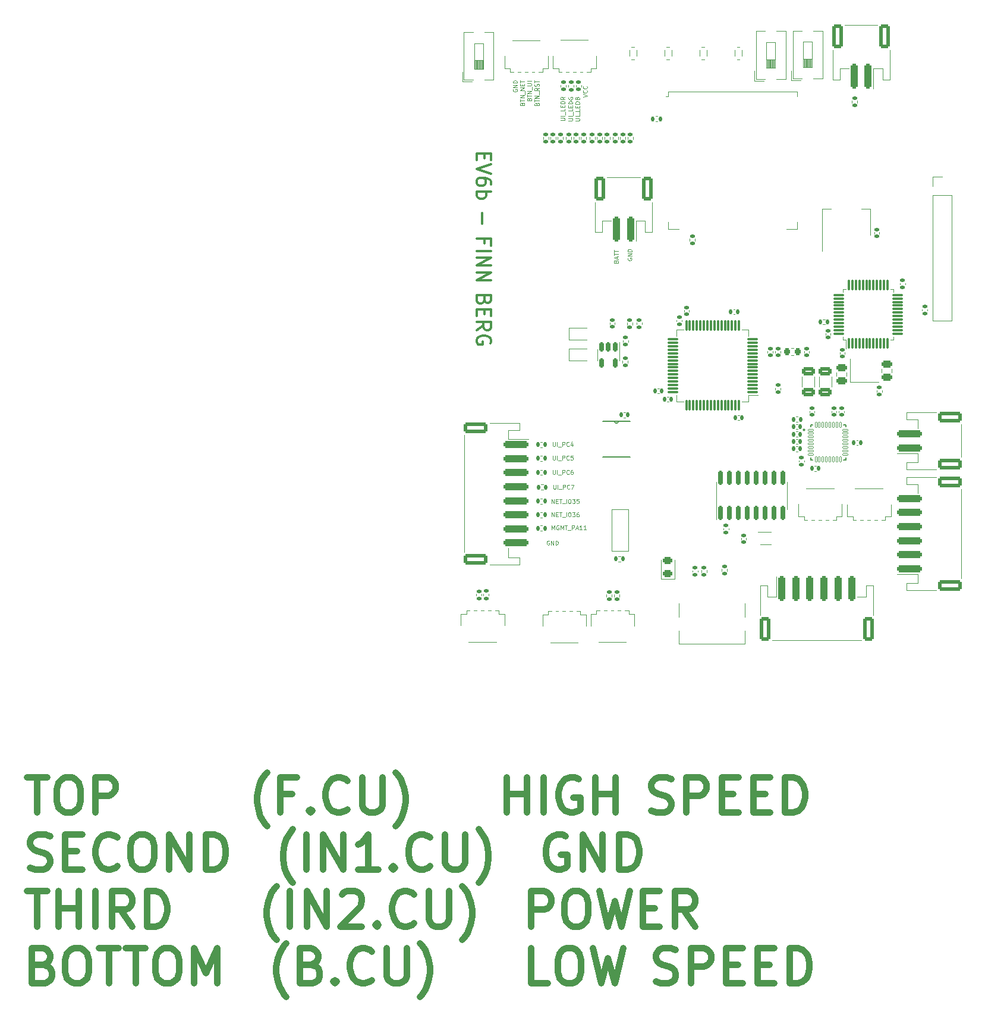
<source format=gto>
G04 #@! TF.GenerationSoftware,KiCad,Pcbnew,(7.0.0-0)*
G04 #@! TF.CreationDate,2023-05-01T17:43:03-06:00*
G04 #@! TF.ProjectId,EV6 Board Design,45563620-426f-4617-9264-204465736967,rev?*
G04 #@! TF.SameCoordinates,Original*
G04 #@! TF.FileFunction,Legend,Top*
G04 #@! TF.FilePolarity,Positive*
%FSLAX46Y46*%
G04 Gerber Fmt 4.6, Leading zero omitted, Abs format (unit mm)*
G04 Created by KiCad (PCBNEW (7.0.0-0)) date 2023-05-01 17:43:03*
%MOMM*%
%LPD*%
G01*
G04 APERTURE LIST*
G04 Aperture macros list*
%AMRoundRect*
0 Rectangle with rounded corners*
0 $1 Rounding radius*
0 $2 $3 $4 $5 $6 $7 $8 $9 X,Y pos of 4 corners*
0 Add a 4 corners polygon primitive as box body*
4,1,4,$2,$3,$4,$5,$6,$7,$8,$9,$2,$3,0*
0 Add four circle primitives for the rounded corners*
1,1,$1+$1,$2,$3*
1,1,$1+$1,$4,$5*
1,1,$1+$1,$6,$7*
1,1,$1+$1,$8,$9*
0 Add four rect primitives between the rounded corners*
20,1,$1+$1,$2,$3,$4,$5,0*
20,1,$1+$1,$4,$5,$6,$7,0*
20,1,$1+$1,$6,$7,$8,$9,0*
20,1,$1+$1,$8,$9,$2,$3,0*%
G04 Aperture macros list end*
%ADD10C,0.100000*%
%ADD11C,0.300000*%
%ADD12C,0.900000*%
%ADD13C,0.120000*%
%ADD14C,0.152400*%
%ADD15C,0.127000*%
%ADD16C,0.200000*%
%ADD17C,3.200000*%
%ADD18RoundRect,0.135000X-0.135000X-0.185000X0.135000X-0.185000X0.135000X0.185000X-0.135000X0.185000X0*%
%ADD19RoundRect,0.140000X0.140000X0.170000X-0.140000X0.170000X-0.140000X-0.170000X0.140000X-0.170000X0*%
%ADD20R,1.422400X0.533400*%
%ADD21RoundRect,0.140000X-0.140000X-0.170000X0.140000X-0.170000X0.140000X0.170000X-0.140000X0.170000X0*%
%ADD22R,0.600000X0.450000*%
%ADD23RoundRect,0.075000X0.075000X-0.662500X0.075000X0.662500X-0.075000X0.662500X-0.075000X-0.662500X0*%
%ADD24RoundRect,0.075000X0.662500X-0.075000X0.662500X0.075000X-0.662500X0.075000X-0.662500X-0.075000X0*%
%ADD25RoundRect,0.140000X0.170000X-0.140000X0.170000X0.140000X-0.170000X0.140000X-0.170000X-0.140000X0*%
%ADD26RoundRect,0.250000X-0.475000X0.250000X-0.475000X-0.250000X0.475000X-0.250000X0.475000X0.250000X0*%
%ADD27RoundRect,0.135000X-0.185000X0.135000X-0.185000X-0.135000X0.185000X-0.135000X0.185000X0.135000X0*%
%ADD28RoundRect,0.140000X-0.170000X0.140000X-0.170000X-0.140000X0.170000X-0.140000X0.170000X0.140000X0*%
%ADD29RoundRect,0.250000X1.500000X-0.250000X1.500000X0.250000X-1.500000X0.250000X-1.500000X-0.250000X0*%
%ADD30RoundRect,0.250001X1.449999X-0.499999X1.449999X0.499999X-1.449999X0.499999X-1.449999X-0.499999X0*%
%ADD31R,0.400000X0.410000*%
%ADD32R,0.400000X0.200000*%
%ADD33RoundRect,0.075000X0.700000X0.075000X-0.700000X0.075000X-0.700000X-0.075000X0.700000X-0.075000X0*%
%ADD34RoundRect,0.075000X0.075000X0.700000X-0.075000X0.700000X-0.075000X-0.700000X0.075000X-0.700000X0*%
%ADD35RoundRect,0.135000X0.185000X-0.135000X0.185000X0.135000X-0.185000X0.135000X-0.185000X-0.135000X0*%
%ADD36R,0.500000X1.700000*%
%ADD37R,1.200000X2.500000*%
%ADD38RoundRect,0.218750X-0.218750X-0.256250X0.218750X-0.256250X0.218750X0.256250X-0.218750X0.256250X0*%
%ADD39RoundRect,0.135000X0.135000X0.185000X-0.135000X0.185000X-0.135000X-0.185000X0.135000X-0.185000X0*%
%ADD40C,2.100000*%
%ADD41R,1.700000X1.700000*%
%ADD42O,1.700000X1.700000*%
%ADD43RoundRect,0.250000X0.650000X-0.325000X0.650000X0.325000X-0.650000X0.325000X-0.650000X-0.325000X0*%
%ADD44RoundRect,0.243750X0.456250X-0.243750X0.456250X0.243750X-0.456250X0.243750X-0.456250X-0.243750X0*%
%ADD45RoundRect,0.250000X0.250000X1.500000X-0.250000X1.500000X-0.250000X-1.500000X0.250000X-1.500000X0*%
%ADD46RoundRect,0.250001X0.499999X1.449999X-0.499999X1.449999X-0.499999X-1.449999X0.499999X-1.449999X0*%
%ADD47R,1.120000X2.160000*%
%ADD48RoundRect,0.007500X-0.372500X-0.117500X0.372500X-0.117500X0.372500X0.117500X-0.372500X0.117500X0*%
%ADD49RoundRect,0.007500X0.117500X-0.372500X0.117500X0.372500X-0.117500X0.372500X-0.117500X-0.372500X0*%
%ADD50R,3.650000X3.650000*%
%ADD51RoundRect,0.250000X0.475000X-0.250000X0.475000X0.250000X-0.475000X0.250000X-0.475000X-0.250000X0*%
%ADD52R,0.400000X0.600000*%
%ADD53RoundRect,0.150000X0.150000X-0.825000X0.150000X0.825000X-0.150000X0.825000X-0.150000X-0.825000X0*%
%ADD54R,1.500000X2.000000*%
%ADD55R,3.800000X2.000000*%
%ADD56R,1.500000X0.900000*%
%ADD57R,0.900000X1.500000*%
%ADD58RoundRect,0.250000X-0.250000X-1.500000X0.250000X-1.500000X0.250000X1.500000X-0.250000X1.500000X0*%
%ADD59RoundRect,0.250001X-0.499999X-1.449999X0.499999X-1.449999X0.499999X1.449999X-0.499999X1.449999X0*%
%ADD60RoundRect,0.250000X-1.500000X0.250000X-1.500000X-0.250000X1.500000X-0.250000X1.500000X0.250000X0*%
%ADD61RoundRect,0.250001X-1.449999X0.499999X-1.449999X-0.499999X1.449999X-0.499999X1.449999X0.499999X0*%
%ADD62C,0.650000*%
%ADD63R,0.600000X1.450000*%
%ADD64R,0.300000X1.450000*%
%ADD65O,1.000000X2.100000*%
%ADD66O,1.000000X1.600000*%
%ADD67R,0.500000X0.375000*%
%ADD68R,0.650000X0.300000*%
%ADD69RoundRect,0.150000X-0.150000X0.512500X-0.150000X-0.512500X0.150000X-0.512500X0.150000X0.512500X0*%
%ADD70R,1.400000X1.200000*%
G04 APERTURE END LIST*
D10*
X125326142Y-68192856D02*
X125354714Y-68107142D01*
X125354714Y-68107142D02*
X125383285Y-68078571D01*
X125383285Y-68078571D02*
X125440428Y-68049999D01*
X125440428Y-68049999D02*
X125526142Y-68049999D01*
X125526142Y-68049999D02*
X125583285Y-68078571D01*
X125583285Y-68078571D02*
X125611857Y-68107142D01*
X125611857Y-68107142D02*
X125640428Y-68164285D01*
X125640428Y-68164285D02*
X125640428Y-68392856D01*
X125640428Y-68392856D02*
X125040428Y-68392856D01*
X125040428Y-68392856D02*
X125040428Y-68192856D01*
X125040428Y-68192856D02*
X125069000Y-68135714D01*
X125069000Y-68135714D02*
X125097571Y-68107142D01*
X125097571Y-68107142D02*
X125154714Y-68078571D01*
X125154714Y-68078571D02*
X125211857Y-68078571D01*
X125211857Y-68078571D02*
X125269000Y-68107142D01*
X125269000Y-68107142D02*
X125297571Y-68135714D01*
X125297571Y-68135714D02*
X125326142Y-68192856D01*
X125326142Y-68192856D02*
X125326142Y-68392856D01*
X125040428Y-67878571D02*
X125040428Y-67535714D01*
X125640428Y-67707142D02*
X125040428Y-67707142D01*
X125640428Y-67335713D02*
X125040428Y-67335713D01*
X125040428Y-67335713D02*
X125640428Y-66992856D01*
X125640428Y-66992856D02*
X125040428Y-66992856D01*
X125697571Y-66850000D02*
X125697571Y-66392857D01*
X125640428Y-65907142D02*
X125354714Y-66107142D01*
X125640428Y-66249999D02*
X125040428Y-66249999D01*
X125040428Y-66249999D02*
X125040428Y-66021428D01*
X125040428Y-66021428D02*
X125069000Y-65964285D01*
X125069000Y-65964285D02*
X125097571Y-65935714D01*
X125097571Y-65935714D02*
X125154714Y-65907142D01*
X125154714Y-65907142D02*
X125240428Y-65907142D01*
X125240428Y-65907142D02*
X125297571Y-65935714D01*
X125297571Y-65935714D02*
X125326142Y-65964285D01*
X125326142Y-65964285D02*
X125354714Y-66021428D01*
X125354714Y-66021428D02*
X125354714Y-66249999D01*
X125611857Y-65678571D02*
X125640428Y-65592857D01*
X125640428Y-65592857D02*
X125640428Y-65449999D01*
X125640428Y-65449999D02*
X125611857Y-65392857D01*
X125611857Y-65392857D02*
X125583285Y-65364285D01*
X125583285Y-65364285D02*
X125526142Y-65335714D01*
X125526142Y-65335714D02*
X125469000Y-65335714D01*
X125469000Y-65335714D02*
X125411857Y-65364285D01*
X125411857Y-65364285D02*
X125383285Y-65392857D01*
X125383285Y-65392857D02*
X125354714Y-65449999D01*
X125354714Y-65449999D02*
X125326142Y-65564285D01*
X125326142Y-65564285D02*
X125297571Y-65621428D01*
X125297571Y-65621428D02*
X125269000Y-65649999D01*
X125269000Y-65649999D02*
X125211857Y-65678571D01*
X125211857Y-65678571D02*
X125154714Y-65678571D01*
X125154714Y-65678571D02*
X125097571Y-65649999D01*
X125097571Y-65649999D02*
X125069000Y-65621428D01*
X125069000Y-65621428D02*
X125040428Y-65564285D01*
X125040428Y-65564285D02*
X125040428Y-65421428D01*
X125040428Y-65421428D02*
X125069000Y-65335714D01*
X125040428Y-65164285D02*
X125040428Y-64821428D01*
X125640428Y-64992856D02*
X125040428Y-64992856D01*
D11*
X117850357Y-75260714D02*
X117850357Y-75927381D01*
X116802738Y-76213095D02*
X116802738Y-75260714D01*
X116802738Y-75260714D02*
X118802738Y-75260714D01*
X118802738Y-75260714D02*
X118802738Y-76213095D01*
X118802738Y-76784524D02*
X116802738Y-77451190D01*
X116802738Y-77451190D02*
X118802738Y-78117857D01*
X118802738Y-79641667D02*
X118802738Y-79260714D01*
X118802738Y-79260714D02*
X118707500Y-79070238D01*
X118707500Y-79070238D02*
X118612261Y-78975000D01*
X118612261Y-78975000D02*
X118326547Y-78784524D01*
X118326547Y-78784524D02*
X117945595Y-78689286D01*
X117945595Y-78689286D02*
X117183690Y-78689286D01*
X117183690Y-78689286D02*
X116993214Y-78784524D01*
X116993214Y-78784524D02*
X116897976Y-78879762D01*
X116897976Y-78879762D02*
X116802738Y-79070238D01*
X116802738Y-79070238D02*
X116802738Y-79451191D01*
X116802738Y-79451191D02*
X116897976Y-79641667D01*
X116897976Y-79641667D02*
X116993214Y-79736905D01*
X116993214Y-79736905D02*
X117183690Y-79832143D01*
X117183690Y-79832143D02*
X117659880Y-79832143D01*
X117659880Y-79832143D02*
X117850357Y-79736905D01*
X117850357Y-79736905D02*
X117945595Y-79641667D01*
X117945595Y-79641667D02*
X118040833Y-79451191D01*
X118040833Y-79451191D02*
X118040833Y-79070238D01*
X118040833Y-79070238D02*
X117945595Y-78879762D01*
X117945595Y-78879762D02*
X117850357Y-78784524D01*
X117850357Y-78784524D02*
X117659880Y-78689286D01*
X116802738Y-80689286D02*
X118802738Y-80689286D01*
X118040833Y-80689286D02*
X118136071Y-80879762D01*
X118136071Y-80879762D02*
X118136071Y-81260715D01*
X118136071Y-81260715D02*
X118040833Y-81451191D01*
X118040833Y-81451191D02*
X117945595Y-81546429D01*
X117945595Y-81546429D02*
X117755119Y-81641667D01*
X117755119Y-81641667D02*
X117183690Y-81641667D01*
X117183690Y-81641667D02*
X116993214Y-81546429D01*
X116993214Y-81546429D02*
X116897976Y-81451191D01*
X116897976Y-81451191D02*
X116802738Y-81260715D01*
X116802738Y-81260715D02*
X116802738Y-80879762D01*
X116802738Y-80879762D02*
X116897976Y-80689286D01*
X117564642Y-83698810D02*
X117564642Y-85222620D01*
X117850357Y-88041667D02*
X117850357Y-87375000D01*
X116802738Y-87375000D02*
X118802738Y-87375000D01*
X118802738Y-87375000D02*
X118802738Y-88327381D01*
X116802738Y-89089286D02*
X118802738Y-89089286D01*
X116802738Y-90041667D02*
X118802738Y-90041667D01*
X118802738Y-90041667D02*
X116802738Y-91184524D01*
X116802738Y-91184524D02*
X118802738Y-91184524D01*
X116802738Y-92136905D02*
X118802738Y-92136905D01*
X118802738Y-92136905D02*
X116802738Y-93279762D01*
X116802738Y-93279762D02*
X118802738Y-93279762D01*
X117850357Y-96098810D02*
X117755119Y-96384524D01*
X117755119Y-96384524D02*
X117659880Y-96479762D01*
X117659880Y-96479762D02*
X117469404Y-96575000D01*
X117469404Y-96575000D02*
X117183690Y-96575000D01*
X117183690Y-96575000D02*
X116993214Y-96479762D01*
X116993214Y-96479762D02*
X116897976Y-96384524D01*
X116897976Y-96384524D02*
X116802738Y-96194048D01*
X116802738Y-96194048D02*
X116802738Y-95432143D01*
X116802738Y-95432143D02*
X118802738Y-95432143D01*
X118802738Y-95432143D02*
X118802738Y-96098810D01*
X118802738Y-96098810D02*
X118707500Y-96289286D01*
X118707500Y-96289286D02*
X118612261Y-96384524D01*
X118612261Y-96384524D02*
X118421785Y-96479762D01*
X118421785Y-96479762D02*
X118231309Y-96479762D01*
X118231309Y-96479762D02*
X118040833Y-96384524D01*
X118040833Y-96384524D02*
X117945595Y-96289286D01*
X117945595Y-96289286D02*
X117850357Y-96098810D01*
X117850357Y-96098810D02*
X117850357Y-95432143D01*
X117850357Y-97432143D02*
X117850357Y-98098810D01*
X116802738Y-98384524D02*
X116802738Y-97432143D01*
X116802738Y-97432143D02*
X118802738Y-97432143D01*
X118802738Y-97432143D02*
X118802738Y-98384524D01*
X116802738Y-100384524D02*
X117755119Y-99717857D01*
X116802738Y-99241667D02*
X118802738Y-99241667D01*
X118802738Y-99241667D02*
X118802738Y-100003572D01*
X118802738Y-100003572D02*
X118707500Y-100194048D01*
X118707500Y-100194048D02*
X118612261Y-100289286D01*
X118612261Y-100289286D02*
X118421785Y-100384524D01*
X118421785Y-100384524D02*
X118136071Y-100384524D01*
X118136071Y-100384524D02*
X117945595Y-100289286D01*
X117945595Y-100289286D02*
X117850357Y-100194048D01*
X117850357Y-100194048D02*
X117755119Y-100003572D01*
X117755119Y-100003572D02*
X117755119Y-99241667D01*
X118707500Y-102289286D02*
X118802738Y-102098810D01*
X118802738Y-102098810D02*
X118802738Y-101813096D01*
X118802738Y-101813096D02*
X118707500Y-101527381D01*
X118707500Y-101527381D02*
X118517023Y-101336905D01*
X118517023Y-101336905D02*
X118326547Y-101241667D01*
X118326547Y-101241667D02*
X117945595Y-101146429D01*
X117945595Y-101146429D02*
X117659880Y-101146429D01*
X117659880Y-101146429D02*
X117278928Y-101241667D01*
X117278928Y-101241667D02*
X117088452Y-101336905D01*
X117088452Y-101336905D02*
X116897976Y-101527381D01*
X116897976Y-101527381D02*
X116802738Y-101813096D01*
X116802738Y-101813096D02*
X116802738Y-102003572D01*
X116802738Y-102003572D02*
X116897976Y-102289286D01*
X116897976Y-102289286D02*
X116993214Y-102384524D01*
X116993214Y-102384524D02*
X117659880Y-102384524D01*
X117659880Y-102384524D02*
X117659880Y-102003572D01*
D10*
X127621429Y-116290428D02*
X127621429Y-116776142D01*
X127621429Y-116776142D02*
X127650000Y-116833285D01*
X127650000Y-116833285D02*
X127678572Y-116861857D01*
X127678572Y-116861857D02*
X127735714Y-116890428D01*
X127735714Y-116890428D02*
X127850000Y-116890428D01*
X127850000Y-116890428D02*
X127907143Y-116861857D01*
X127907143Y-116861857D02*
X127935714Y-116833285D01*
X127935714Y-116833285D02*
X127964286Y-116776142D01*
X127964286Y-116776142D02*
X127964286Y-116290428D01*
X128250000Y-116890428D02*
X128250000Y-116290428D01*
X128392857Y-116947571D02*
X128849999Y-116947571D01*
X128992857Y-116890428D02*
X128992857Y-116290428D01*
X128992857Y-116290428D02*
X129221428Y-116290428D01*
X129221428Y-116290428D02*
X129278571Y-116319000D01*
X129278571Y-116319000D02*
X129307142Y-116347571D01*
X129307142Y-116347571D02*
X129335714Y-116404714D01*
X129335714Y-116404714D02*
X129335714Y-116490428D01*
X129335714Y-116490428D02*
X129307142Y-116547571D01*
X129307142Y-116547571D02*
X129278571Y-116576142D01*
X129278571Y-116576142D02*
X129221428Y-116604714D01*
X129221428Y-116604714D02*
X128992857Y-116604714D01*
X129935714Y-116833285D02*
X129907142Y-116861857D01*
X129907142Y-116861857D02*
X129821428Y-116890428D01*
X129821428Y-116890428D02*
X129764285Y-116890428D01*
X129764285Y-116890428D02*
X129678571Y-116861857D01*
X129678571Y-116861857D02*
X129621428Y-116804714D01*
X129621428Y-116804714D02*
X129592857Y-116747571D01*
X129592857Y-116747571D02*
X129564285Y-116633285D01*
X129564285Y-116633285D02*
X129564285Y-116547571D01*
X129564285Y-116547571D02*
X129592857Y-116433285D01*
X129592857Y-116433285D02*
X129621428Y-116376142D01*
X129621428Y-116376142D02*
X129678571Y-116319000D01*
X129678571Y-116319000D02*
X129764285Y-116290428D01*
X129764285Y-116290428D02*
X129821428Y-116290428D01*
X129821428Y-116290428D02*
X129907142Y-116319000D01*
X129907142Y-116319000D02*
X129935714Y-116347571D01*
X130450000Y-116490428D02*
X130450000Y-116890428D01*
X130307142Y-116261857D02*
X130164285Y-116690428D01*
X130164285Y-116690428D02*
X130535714Y-116690428D01*
X128730428Y-70537141D02*
X129216142Y-70537141D01*
X129216142Y-70537141D02*
X129273285Y-70508570D01*
X129273285Y-70508570D02*
X129301857Y-70479999D01*
X129301857Y-70479999D02*
X129330428Y-70422856D01*
X129330428Y-70422856D02*
X129330428Y-70308570D01*
X129330428Y-70308570D02*
X129301857Y-70251427D01*
X129301857Y-70251427D02*
X129273285Y-70222856D01*
X129273285Y-70222856D02*
X129216142Y-70194284D01*
X129216142Y-70194284D02*
X128730428Y-70194284D01*
X129330428Y-69908570D02*
X128730428Y-69908570D01*
X129387571Y-69765714D02*
X129387571Y-69308571D01*
X129330428Y-68879999D02*
X129330428Y-69165713D01*
X129330428Y-69165713D02*
X128730428Y-69165713D01*
X129016142Y-68679999D02*
X129016142Y-68479999D01*
X129330428Y-68394285D02*
X129330428Y-68679999D01*
X129330428Y-68679999D02*
X128730428Y-68679999D01*
X128730428Y-68679999D02*
X128730428Y-68394285D01*
X129330428Y-68137142D02*
X128730428Y-68137142D01*
X128730428Y-68137142D02*
X128730428Y-67994285D01*
X128730428Y-67994285D02*
X128759000Y-67908571D01*
X128759000Y-67908571D02*
X128816142Y-67851428D01*
X128816142Y-67851428D02*
X128873285Y-67822857D01*
X128873285Y-67822857D02*
X128987571Y-67794285D01*
X128987571Y-67794285D02*
X129073285Y-67794285D01*
X129073285Y-67794285D02*
X129187571Y-67822857D01*
X129187571Y-67822857D02*
X129244714Y-67851428D01*
X129244714Y-67851428D02*
X129301857Y-67908571D01*
X129301857Y-67908571D02*
X129330428Y-67994285D01*
X129330428Y-67994285D02*
X129330428Y-68137142D01*
X129330428Y-67194285D02*
X129044714Y-67394285D01*
X129330428Y-67537142D02*
X128730428Y-67537142D01*
X128730428Y-67537142D02*
X128730428Y-67308571D01*
X128730428Y-67308571D02*
X128759000Y-67251428D01*
X128759000Y-67251428D02*
X128787571Y-67222857D01*
X128787571Y-67222857D02*
X128844714Y-67194285D01*
X128844714Y-67194285D02*
X128930428Y-67194285D01*
X128930428Y-67194285D02*
X128987571Y-67222857D01*
X128987571Y-67222857D02*
X129016142Y-67251428D01*
X129016142Y-67251428D02*
X129044714Y-67308571D01*
X129044714Y-67308571D02*
X129044714Y-67537142D01*
X129860428Y-70557141D02*
X130346142Y-70557141D01*
X130346142Y-70557141D02*
X130403285Y-70528570D01*
X130403285Y-70528570D02*
X130431857Y-70499999D01*
X130431857Y-70499999D02*
X130460428Y-70442856D01*
X130460428Y-70442856D02*
X130460428Y-70328570D01*
X130460428Y-70328570D02*
X130431857Y-70271427D01*
X130431857Y-70271427D02*
X130403285Y-70242856D01*
X130403285Y-70242856D02*
X130346142Y-70214284D01*
X130346142Y-70214284D02*
X129860428Y-70214284D01*
X130460428Y-69928570D02*
X129860428Y-69928570D01*
X130517571Y-69785714D02*
X130517571Y-69328571D01*
X130460428Y-68899999D02*
X130460428Y-69185713D01*
X130460428Y-69185713D02*
X129860428Y-69185713D01*
X130146142Y-68699999D02*
X130146142Y-68499999D01*
X130460428Y-68414285D02*
X130460428Y-68699999D01*
X130460428Y-68699999D02*
X129860428Y-68699999D01*
X129860428Y-68699999D02*
X129860428Y-68414285D01*
X130460428Y-68157142D02*
X129860428Y-68157142D01*
X129860428Y-68157142D02*
X129860428Y-68014285D01*
X129860428Y-68014285D02*
X129889000Y-67928571D01*
X129889000Y-67928571D02*
X129946142Y-67871428D01*
X129946142Y-67871428D02*
X130003285Y-67842857D01*
X130003285Y-67842857D02*
X130117571Y-67814285D01*
X130117571Y-67814285D02*
X130203285Y-67814285D01*
X130203285Y-67814285D02*
X130317571Y-67842857D01*
X130317571Y-67842857D02*
X130374714Y-67871428D01*
X130374714Y-67871428D02*
X130431857Y-67928571D01*
X130431857Y-67928571D02*
X130460428Y-68014285D01*
X130460428Y-68014285D02*
X130460428Y-68157142D01*
X129889000Y-67242857D02*
X129860428Y-67300000D01*
X129860428Y-67300000D02*
X129860428Y-67385714D01*
X129860428Y-67385714D02*
X129889000Y-67471428D01*
X129889000Y-67471428D02*
X129946142Y-67528571D01*
X129946142Y-67528571D02*
X130003285Y-67557142D01*
X130003285Y-67557142D02*
X130117571Y-67585714D01*
X130117571Y-67585714D02*
X130203285Y-67585714D01*
X130203285Y-67585714D02*
X130317571Y-67557142D01*
X130317571Y-67557142D02*
X130374714Y-67528571D01*
X130374714Y-67528571D02*
X130431857Y-67471428D01*
X130431857Y-67471428D02*
X130460428Y-67385714D01*
X130460428Y-67385714D02*
X130460428Y-67328571D01*
X130460428Y-67328571D02*
X130431857Y-67242857D01*
X130431857Y-67242857D02*
X130403285Y-67214285D01*
X130403285Y-67214285D02*
X130203285Y-67214285D01*
X130203285Y-67214285D02*
X130203285Y-67328571D01*
X127701429Y-122370428D02*
X127701429Y-122856142D01*
X127701429Y-122856142D02*
X127730000Y-122913285D01*
X127730000Y-122913285D02*
X127758572Y-122941857D01*
X127758572Y-122941857D02*
X127815714Y-122970428D01*
X127815714Y-122970428D02*
X127930000Y-122970428D01*
X127930000Y-122970428D02*
X127987143Y-122941857D01*
X127987143Y-122941857D02*
X128015714Y-122913285D01*
X128015714Y-122913285D02*
X128044286Y-122856142D01*
X128044286Y-122856142D02*
X128044286Y-122370428D01*
X128330000Y-122970428D02*
X128330000Y-122370428D01*
X128472857Y-123027571D02*
X128929999Y-123027571D01*
X129072857Y-122970428D02*
X129072857Y-122370428D01*
X129072857Y-122370428D02*
X129301428Y-122370428D01*
X129301428Y-122370428D02*
X129358571Y-122399000D01*
X129358571Y-122399000D02*
X129387142Y-122427571D01*
X129387142Y-122427571D02*
X129415714Y-122484714D01*
X129415714Y-122484714D02*
X129415714Y-122570428D01*
X129415714Y-122570428D02*
X129387142Y-122627571D01*
X129387142Y-122627571D02*
X129358571Y-122656142D01*
X129358571Y-122656142D02*
X129301428Y-122684714D01*
X129301428Y-122684714D02*
X129072857Y-122684714D01*
X130015714Y-122913285D02*
X129987142Y-122941857D01*
X129987142Y-122941857D02*
X129901428Y-122970428D01*
X129901428Y-122970428D02*
X129844285Y-122970428D01*
X129844285Y-122970428D02*
X129758571Y-122941857D01*
X129758571Y-122941857D02*
X129701428Y-122884714D01*
X129701428Y-122884714D02*
X129672857Y-122827571D01*
X129672857Y-122827571D02*
X129644285Y-122713285D01*
X129644285Y-122713285D02*
X129644285Y-122627571D01*
X129644285Y-122627571D02*
X129672857Y-122513285D01*
X129672857Y-122513285D02*
X129701428Y-122456142D01*
X129701428Y-122456142D02*
X129758571Y-122399000D01*
X129758571Y-122399000D02*
X129844285Y-122370428D01*
X129844285Y-122370428D02*
X129901428Y-122370428D01*
X129901428Y-122370428D02*
X129987142Y-122399000D01*
X129987142Y-122399000D02*
X130015714Y-122427571D01*
X130215714Y-122370428D02*
X130615714Y-122370428D01*
X130615714Y-122370428D02*
X130358571Y-122970428D01*
X127451429Y-125000428D02*
X127451429Y-124400428D01*
X127451429Y-124400428D02*
X127794286Y-125000428D01*
X127794286Y-125000428D02*
X127794286Y-124400428D01*
X128080000Y-124686142D02*
X128280000Y-124686142D01*
X128365714Y-125000428D02*
X128080000Y-125000428D01*
X128080000Y-125000428D02*
X128080000Y-124400428D01*
X128080000Y-124400428D02*
X128365714Y-124400428D01*
X128537142Y-124400428D02*
X128880000Y-124400428D01*
X128708571Y-125000428D02*
X128708571Y-124400428D01*
X128937143Y-125057571D02*
X129394285Y-125057571D01*
X129537143Y-125000428D02*
X129537143Y-124400428D01*
X129937142Y-124400428D02*
X130051428Y-124400428D01*
X130051428Y-124400428D02*
X130108571Y-124429000D01*
X130108571Y-124429000D02*
X130165714Y-124486142D01*
X130165714Y-124486142D02*
X130194285Y-124600428D01*
X130194285Y-124600428D02*
X130194285Y-124800428D01*
X130194285Y-124800428D02*
X130165714Y-124914714D01*
X130165714Y-124914714D02*
X130108571Y-124971857D01*
X130108571Y-124971857D02*
X130051428Y-125000428D01*
X130051428Y-125000428D02*
X129937142Y-125000428D01*
X129937142Y-125000428D02*
X129880000Y-124971857D01*
X129880000Y-124971857D02*
X129822857Y-124914714D01*
X129822857Y-124914714D02*
X129794285Y-124800428D01*
X129794285Y-124800428D02*
X129794285Y-124600428D01*
X129794285Y-124600428D02*
X129822857Y-124486142D01*
X129822857Y-124486142D02*
X129880000Y-124429000D01*
X129880000Y-124429000D02*
X129937142Y-124400428D01*
X130394285Y-124400428D02*
X130765713Y-124400428D01*
X130765713Y-124400428D02*
X130565713Y-124629000D01*
X130565713Y-124629000D02*
X130651428Y-124629000D01*
X130651428Y-124629000D02*
X130708571Y-124657571D01*
X130708571Y-124657571D02*
X130737142Y-124686142D01*
X130737142Y-124686142D02*
X130765713Y-124743285D01*
X130765713Y-124743285D02*
X130765713Y-124886142D01*
X130765713Y-124886142D02*
X130737142Y-124943285D01*
X130737142Y-124943285D02*
X130708571Y-124971857D01*
X130708571Y-124971857D02*
X130651428Y-125000428D01*
X130651428Y-125000428D02*
X130479999Y-125000428D01*
X130479999Y-125000428D02*
X130422856Y-124971857D01*
X130422856Y-124971857D02*
X130394285Y-124943285D01*
X131308571Y-124400428D02*
X131022857Y-124400428D01*
X131022857Y-124400428D02*
X130994285Y-124686142D01*
X130994285Y-124686142D02*
X131022857Y-124657571D01*
X131022857Y-124657571D02*
X131080000Y-124629000D01*
X131080000Y-124629000D02*
X131222857Y-124629000D01*
X131222857Y-124629000D02*
X131280000Y-124657571D01*
X131280000Y-124657571D02*
X131308571Y-124686142D01*
X131308571Y-124686142D02*
X131337142Y-124743285D01*
X131337142Y-124743285D02*
X131337142Y-124886142D01*
X131337142Y-124886142D02*
X131308571Y-124943285D01*
X131308571Y-124943285D02*
X131280000Y-124971857D01*
X131280000Y-124971857D02*
X131222857Y-125000428D01*
X131222857Y-125000428D02*
X131080000Y-125000428D01*
X131080000Y-125000428D02*
X131022857Y-124971857D01*
X131022857Y-124971857D02*
X130994285Y-124943285D01*
X127621429Y-120280428D02*
X127621429Y-120766142D01*
X127621429Y-120766142D02*
X127650000Y-120823285D01*
X127650000Y-120823285D02*
X127678572Y-120851857D01*
X127678572Y-120851857D02*
X127735714Y-120880428D01*
X127735714Y-120880428D02*
X127850000Y-120880428D01*
X127850000Y-120880428D02*
X127907143Y-120851857D01*
X127907143Y-120851857D02*
X127935714Y-120823285D01*
X127935714Y-120823285D02*
X127964286Y-120766142D01*
X127964286Y-120766142D02*
X127964286Y-120280428D01*
X128250000Y-120880428D02*
X128250000Y-120280428D01*
X128392857Y-120937571D02*
X128849999Y-120937571D01*
X128992857Y-120880428D02*
X128992857Y-120280428D01*
X128992857Y-120280428D02*
X129221428Y-120280428D01*
X129221428Y-120280428D02*
X129278571Y-120309000D01*
X129278571Y-120309000D02*
X129307142Y-120337571D01*
X129307142Y-120337571D02*
X129335714Y-120394714D01*
X129335714Y-120394714D02*
X129335714Y-120480428D01*
X129335714Y-120480428D02*
X129307142Y-120537571D01*
X129307142Y-120537571D02*
X129278571Y-120566142D01*
X129278571Y-120566142D02*
X129221428Y-120594714D01*
X129221428Y-120594714D02*
X128992857Y-120594714D01*
X129935714Y-120823285D02*
X129907142Y-120851857D01*
X129907142Y-120851857D02*
X129821428Y-120880428D01*
X129821428Y-120880428D02*
X129764285Y-120880428D01*
X129764285Y-120880428D02*
X129678571Y-120851857D01*
X129678571Y-120851857D02*
X129621428Y-120794714D01*
X129621428Y-120794714D02*
X129592857Y-120737571D01*
X129592857Y-120737571D02*
X129564285Y-120623285D01*
X129564285Y-120623285D02*
X129564285Y-120537571D01*
X129564285Y-120537571D02*
X129592857Y-120423285D01*
X129592857Y-120423285D02*
X129621428Y-120366142D01*
X129621428Y-120366142D02*
X129678571Y-120309000D01*
X129678571Y-120309000D02*
X129764285Y-120280428D01*
X129764285Y-120280428D02*
X129821428Y-120280428D01*
X129821428Y-120280428D02*
X129907142Y-120309000D01*
X129907142Y-120309000D02*
X129935714Y-120337571D01*
X130450000Y-120280428D02*
X130335714Y-120280428D01*
X130335714Y-120280428D02*
X130278571Y-120309000D01*
X130278571Y-120309000D02*
X130250000Y-120337571D01*
X130250000Y-120337571D02*
X130192857Y-120423285D01*
X130192857Y-120423285D02*
X130164285Y-120537571D01*
X130164285Y-120537571D02*
X130164285Y-120766142D01*
X130164285Y-120766142D02*
X130192857Y-120823285D01*
X130192857Y-120823285D02*
X130221428Y-120851857D01*
X130221428Y-120851857D02*
X130278571Y-120880428D01*
X130278571Y-120880428D02*
X130392857Y-120880428D01*
X130392857Y-120880428D02*
X130450000Y-120851857D01*
X130450000Y-120851857D02*
X130478571Y-120823285D01*
X130478571Y-120823285D02*
X130507142Y-120766142D01*
X130507142Y-120766142D02*
X130507142Y-120623285D01*
X130507142Y-120623285D02*
X130478571Y-120566142D01*
X130478571Y-120566142D02*
X130450000Y-120537571D01*
X130450000Y-120537571D02*
X130392857Y-120509000D01*
X130392857Y-120509000D02*
X130278571Y-120509000D01*
X130278571Y-120509000D02*
X130221428Y-120537571D01*
X130221428Y-120537571D02*
X130192857Y-120566142D01*
X130192857Y-120566142D02*
X130164285Y-120623285D01*
X136596142Y-90591428D02*
X136624714Y-90505714D01*
X136624714Y-90505714D02*
X136653285Y-90477143D01*
X136653285Y-90477143D02*
X136710428Y-90448571D01*
X136710428Y-90448571D02*
X136796142Y-90448571D01*
X136796142Y-90448571D02*
X136853285Y-90477143D01*
X136853285Y-90477143D02*
X136881857Y-90505714D01*
X136881857Y-90505714D02*
X136910428Y-90562857D01*
X136910428Y-90562857D02*
X136910428Y-90791428D01*
X136910428Y-90791428D02*
X136310428Y-90791428D01*
X136310428Y-90791428D02*
X136310428Y-90591428D01*
X136310428Y-90591428D02*
X136339000Y-90534286D01*
X136339000Y-90534286D02*
X136367571Y-90505714D01*
X136367571Y-90505714D02*
X136424714Y-90477143D01*
X136424714Y-90477143D02*
X136481857Y-90477143D01*
X136481857Y-90477143D02*
X136539000Y-90505714D01*
X136539000Y-90505714D02*
X136567571Y-90534286D01*
X136567571Y-90534286D02*
X136596142Y-90591428D01*
X136596142Y-90591428D02*
X136596142Y-90791428D01*
X136739000Y-90220000D02*
X136739000Y-89934286D01*
X136910428Y-90277143D02*
X136310428Y-90077143D01*
X136310428Y-90077143D02*
X136910428Y-89877143D01*
X136310428Y-89762857D02*
X136310428Y-89420000D01*
X136910428Y-89591428D02*
X136310428Y-89591428D01*
X136310428Y-89305714D02*
X136310428Y-88962857D01*
X136910428Y-89134285D02*
X136310428Y-89134285D01*
X130810428Y-70577141D02*
X131296142Y-70577141D01*
X131296142Y-70577141D02*
X131353285Y-70548570D01*
X131353285Y-70548570D02*
X131381857Y-70519999D01*
X131381857Y-70519999D02*
X131410428Y-70462856D01*
X131410428Y-70462856D02*
X131410428Y-70348570D01*
X131410428Y-70348570D02*
X131381857Y-70291427D01*
X131381857Y-70291427D02*
X131353285Y-70262856D01*
X131353285Y-70262856D02*
X131296142Y-70234284D01*
X131296142Y-70234284D02*
X130810428Y-70234284D01*
X131410428Y-69948570D02*
X130810428Y-69948570D01*
X131467571Y-69805714D02*
X131467571Y-69348571D01*
X131410428Y-68919999D02*
X131410428Y-69205713D01*
X131410428Y-69205713D02*
X130810428Y-69205713D01*
X131096142Y-68719999D02*
X131096142Y-68519999D01*
X131410428Y-68434285D02*
X131410428Y-68719999D01*
X131410428Y-68719999D02*
X130810428Y-68719999D01*
X130810428Y-68719999D02*
X130810428Y-68434285D01*
X131410428Y-68177142D02*
X130810428Y-68177142D01*
X130810428Y-68177142D02*
X130810428Y-68034285D01*
X130810428Y-68034285D02*
X130839000Y-67948571D01*
X130839000Y-67948571D02*
X130896142Y-67891428D01*
X130896142Y-67891428D02*
X130953285Y-67862857D01*
X130953285Y-67862857D02*
X131067571Y-67834285D01*
X131067571Y-67834285D02*
X131153285Y-67834285D01*
X131153285Y-67834285D02*
X131267571Y-67862857D01*
X131267571Y-67862857D02*
X131324714Y-67891428D01*
X131324714Y-67891428D02*
X131381857Y-67948571D01*
X131381857Y-67948571D02*
X131410428Y-68034285D01*
X131410428Y-68034285D02*
X131410428Y-68177142D01*
X131096142Y-67377142D02*
X131124714Y-67291428D01*
X131124714Y-67291428D02*
X131153285Y-67262857D01*
X131153285Y-67262857D02*
X131210428Y-67234285D01*
X131210428Y-67234285D02*
X131296142Y-67234285D01*
X131296142Y-67234285D02*
X131353285Y-67262857D01*
X131353285Y-67262857D02*
X131381857Y-67291428D01*
X131381857Y-67291428D02*
X131410428Y-67348571D01*
X131410428Y-67348571D02*
X131410428Y-67577142D01*
X131410428Y-67577142D02*
X130810428Y-67577142D01*
X130810428Y-67577142D02*
X130810428Y-67377142D01*
X130810428Y-67377142D02*
X130839000Y-67320000D01*
X130839000Y-67320000D02*
X130867571Y-67291428D01*
X130867571Y-67291428D02*
X130924714Y-67262857D01*
X130924714Y-67262857D02*
X130981857Y-67262857D01*
X130981857Y-67262857D02*
X131039000Y-67291428D01*
X131039000Y-67291428D02*
X131067571Y-67320000D01*
X131067571Y-67320000D02*
X131096142Y-67377142D01*
X131096142Y-67377142D02*
X131096142Y-67577142D01*
X138299000Y-90127142D02*
X138270428Y-90184285D01*
X138270428Y-90184285D02*
X138270428Y-90269999D01*
X138270428Y-90269999D02*
X138299000Y-90355713D01*
X138299000Y-90355713D02*
X138356142Y-90412856D01*
X138356142Y-90412856D02*
X138413285Y-90441427D01*
X138413285Y-90441427D02*
X138527571Y-90469999D01*
X138527571Y-90469999D02*
X138613285Y-90469999D01*
X138613285Y-90469999D02*
X138727571Y-90441427D01*
X138727571Y-90441427D02*
X138784714Y-90412856D01*
X138784714Y-90412856D02*
X138841857Y-90355713D01*
X138841857Y-90355713D02*
X138870428Y-90269999D01*
X138870428Y-90269999D02*
X138870428Y-90212856D01*
X138870428Y-90212856D02*
X138841857Y-90127142D01*
X138841857Y-90127142D02*
X138813285Y-90098570D01*
X138813285Y-90098570D02*
X138613285Y-90098570D01*
X138613285Y-90098570D02*
X138613285Y-90212856D01*
X138870428Y-89841427D02*
X138270428Y-89841427D01*
X138270428Y-89841427D02*
X138870428Y-89498570D01*
X138870428Y-89498570D02*
X138270428Y-89498570D01*
X138870428Y-89212856D02*
X138270428Y-89212856D01*
X138270428Y-89212856D02*
X138270428Y-89069999D01*
X138270428Y-89069999D02*
X138299000Y-88984285D01*
X138299000Y-88984285D02*
X138356142Y-88927142D01*
X138356142Y-88927142D02*
X138413285Y-88898571D01*
X138413285Y-88898571D02*
X138527571Y-88869999D01*
X138527571Y-88869999D02*
X138613285Y-88869999D01*
X138613285Y-88869999D02*
X138727571Y-88898571D01*
X138727571Y-88898571D02*
X138784714Y-88927142D01*
X138784714Y-88927142D02*
X138841857Y-88984285D01*
X138841857Y-88984285D02*
X138870428Y-89069999D01*
X138870428Y-89069999D02*
X138870428Y-89212856D01*
X127451429Y-126930428D02*
X127451429Y-126330428D01*
X127451429Y-126330428D02*
X127794286Y-126930428D01*
X127794286Y-126930428D02*
X127794286Y-126330428D01*
X128080000Y-126616142D02*
X128280000Y-126616142D01*
X128365714Y-126930428D02*
X128080000Y-126930428D01*
X128080000Y-126930428D02*
X128080000Y-126330428D01*
X128080000Y-126330428D02*
X128365714Y-126330428D01*
X128537142Y-126330428D02*
X128880000Y-126330428D01*
X128708571Y-126930428D02*
X128708571Y-126330428D01*
X128937143Y-126987571D02*
X129394285Y-126987571D01*
X129537143Y-126930428D02*
X129537143Y-126330428D01*
X129937142Y-126330428D02*
X130051428Y-126330428D01*
X130051428Y-126330428D02*
X130108571Y-126359000D01*
X130108571Y-126359000D02*
X130165714Y-126416142D01*
X130165714Y-126416142D02*
X130194285Y-126530428D01*
X130194285Y-126530428D02*
X130194285Y-126730428D01*
X130194285Y-126730428D02*
X130165714Y-126844714D01*
X130165714Y-126844714D02*
X130108571Y-126901857D01*
X130108571Y-126901857D02*
X130051428Y-126930428D01*
X130051428Y-126930428D02*
X129937142Y-126930428D01*
X129937142Y-126930428D02*
X129880000Y-126901857D01*
X129880000Y-126901857D02*
X129822857Y-126844714D01*
X129822857Y-126844714D02*
X129794285Y-126730428D01*
X129794285Y-126730428D02*
X129794285Y-126530428D01*
X129794285Y-126530428D02*
X129822857Y-126416142D01*
X129822857Y-126416142D02*
X129880000Y-126359000D01*
X129880000Y-126359000D02*
X129937142Y-126330428D01*
X130394285Y-126330428D02*
X130765713Y-126330428D01*
X130765713Y-126330428D02*
X130565713Y-126559000D01*
X130565713Y-126559000D02*
X130651428Y-126559000D01*
X130651428Y-126559000D02*
X130708571Y-126587571D01*
X130708571Y-126587571D02*
X130737142Y-126616142D01*
X130737142Y-126616142D02*
X130765713Y-126673285D01*
X130765713Y-126673285D02*
X130765713Y-126816142D01*
X130765713Y-126816142D02*
X130737142Y-126873285D01*
X130737142Y-126873285D02*
X130708571Y-126901857D01*
X130708571Y-126901857D02*
X130651428Y-126930428D01*
X130651428Y-126930428D02*
X130479999Y-126930428D01*
X130479999Y-126930428D02*
X130422856Y-126901857D01*
X130422856Y-126901857D02*
X130394285Y-126873285D01*
X131280000Y-126330428D02*
X131165714Y-126330428D01*
X131165714Y-126330428D02*
X131108571Y-126359000D01*
X131108571Y-126359000D02*
X131080000Y-126387571D01*
X131080000Y-126387571D02*
X131022857Y-126473285D01*
X131022857Y-126473285D02*
X130994285Y-126587571D01*
X130994285Y-126587571D02*
X130994285Y-126816142D01*
X130994285Y-126816142D02*
X131022857Y-126873285D01*
X131022857Y-126873285D02*
X131051428Y-126901857D01*
X131051428Y-126901857D02*
X131108571Y-126930428D01*
X131108571Y-126930428D02*
X131222857Y-126930428D01*
X131222857Y-126930428D02*
X131280000Y-126901857D01*
X131280000Y-126901857D02*
X131308571Y-126873285D01*
X131308571Y-126873285D02*
X131337142Y-126816142D01*
X131337142Y-126816142D02*
X131337142Y-126673285D01*
X131337142Y-126673285D02*
X131308571Y-126616142D01*
X131308571Y-126616142D02*
X131280000Y-126587571D01*
X131280000Y-126587571D02*
X131222857Y-126559000D01*
X131222857Y-126559000D02*
X131108571Y-126559000D01*
X131108571Y-126559000D02*
X131051428Y-126587571D01*
X131051428Y-126587571D02*
X131022857Y-126616142D01*
X131022857Y-126616142D02*
X130994285Y-126673285D01*
D12*
X52676190Y-163986904D02*
X55533333Y-163986904D01*
X54104761Y-168986904D02*
X54104761Y-163986904D01*
X58152381Y-163986904D02*
X59104762Y-163986904D01*
X59104762Y-163986904D02*
X59580952Y-164225000D01*
X59580952Y-164225000D02*
X60057143Y-164701190D01*
X60057143Y-164701190D02*
X60295238Y-165653571D01*
X60295238Y-165653571D02*
X60295238Y-167320238D01*
X60295238Y-167320238D02*
X60057143Y-168272619D01*
X60057143Y-168272619D02*
X59580952Y-168748809D01*
X59580952Y-168748809D02*
X59104762Y-168986904D01*
X59104762Y-168986904D02*
X58152381Y-168986904D01*
X58152381Y-168986904D02*
X57676190Y-168748809D01*
X57676190Y-168748809D02*
X57200000Y-168272619D01*
X57200000Y-168272619D02*
X56961904Y-167320238D01*
X56961904Y-167320238D02*
X56961904Y-165653571D01*
X56961904Y-165653571D02*
X57200000Y-164701190D01*
X57200000Y-164701190D02*
X57676190Y-164225000D01*
X57676190Y-164225000D02*
X58152381Y-163986904D01*
X62438095Y-168986904D02*
X62438095Y-163986904D01*
X62438095Y-163986904D02*
X64342857Y-163986904D01*
X64342857Y-163986904D02*
X64819047Y-164225000D01*
X64819047Y-164225000D02*
X65057142Y-164463095D01*
X65057142Y-164463095D02*
X65295238Y-164939285D01*
X65295238Y-164939285D02*
X65295238Y-165653571D01*
X65295238Y-165653571D02*
X65057142Y-166129761D01*
X65057142Y-166129761D02*
X64819047Y-166367857D01*
X64819047Y-166367857D02*
X64342857Y-166605952D01*
X64342857Y-166605952D02*
X62438095Y-166605952D01*
X86866666Y-170891666D02*
X86628571Y-170653571D01*
X86628571Y-170653571D02*
X86152380Y-169939285D01*
X86152380Y-169939285D02*
X85914285Y-169463095D01*
X85914285Y-169463095D02*
X85676190Y-168748809D01*
X85676190Y-168748809D02*
X85438095Y-167558333D01*
X85438095Y-167558333D02*
X85438095Y-166605952D01*
X85438095Y-166605952D02*
X85676190Y-165415476D01*
X85676190Y-165415476D02*
X85914285Y-164701190D01*
X85914285Y-164701190D02*
X86152380Y-164225000D01*
X86152380Y-164225000D02*
X86628571Y-163510714D01*
X86628571Y-163510714D02*
X86866666Y-163272619D01*
X90438094Y-166367857D02*
X88771428Y-166367857D01*
X88771428Y-168986904D02*
X88771428Y-163986904D01*
X88771428Y-163986904D02*
X91152380Y-163986904D01*
X93057142Y-168510714D02*
X93295237Y-168748809D01*
X93295237Y-168748809D02*
X93057142Y-168986904D01*
X93057142Y-168986904D02*
X92819046Y-168748809D01*
X92819046Y-168748809D02*
X93057142Y-168510714D01*
X93057142Y-168510714D02*
X93057142Y-168986904D01*
X98295237Y-168510714D02*
X98057141Y-168748809D01*
X98057141Y-168748809D02*
X97342856Y-168986904D01*
X97342856Y-168986904D02*
X96866665Y-168986904D01*
X96866665Y-168986904D02*
X96152379Y-168748809D01*
X96152379Y-168748809D02*
X95676189Y-168272619D01*
X95676189Y-168272619D02*
X95438094Y-167796428D01*
X95438094Y-167796428D02*
X95199998Y-166844047D01*
X95199998Y-166844047D02*
X95199998Y-166129761D01*
X95199998Y-166129761D02*
X95438094Y-165177380D01*
X95438094Y-165177380D02*
X95676189Y-164701190D01*
X95676189Y-164701190D02*
X96152379Y-164225000D01*
X96152379Y-164225000D02*
X96866665Y-163986904D01*
X96866665Y-163986904D02*
X97342856Y-163986904D01*
X97342856Y-163986904D02*
X98057141Y-164225000D01*
X98057141Y-164225000D02*
X98295237Y-164463095D01*
X100438094Y-163986904D02*
X100438094Y-168034523D01*
X100438094Y-168034523D02*
X100676189Y-168510714D01*
X100676189Y-168510714D02*
X100914284Y-168748809D01*
X100914284Y-168748809D02*
X101390475Y-168986904D01*
X101390475Y-168986904D02*
X102342856Y-168986904D01*
X102342856Y-168986904D02*
X102819046Y-168748809D01*
X102819046Y-168748809D02*
X103057141Y-168510714D01*
X103057141Y-168510714D02*
X103295237Y-168034523D01*
X103295237Y-168034523D02*
X103295237Y-163986904D01*
X105199998Y-170891666D02*
X105438093Y-170653571D01*
X105438093Y-170653571D02*
X105914284Y-169939285D01*
X105914284Y-169939285D02*
X106152379Y-169463095D01*
X106152379Y-169463095D02*
X106390474Y-168748809D01*
X106390474Y-168748809D02*
X106628570Y-167558333D01*
X106628570Y-167558333D02*
X106628570Y-166605952D01*
X106628570Y-166605952D02*
X106390474Y-165415476D01*
X106390474Y-165415476D02*
X106152379Y-164701190D01*
X106152379Y-164701190D02*
X105914284Y-164225000D01*
X105914284Y-164225000D02*
X105438093Y-163510714D01*
X105438093Y-163510714D02*
X105199998Y-163272619D01*
X121009522Y-168986904D02*
X121009522Y-163986904D01*
X121009522Y-166367857D02*
X123866665Y-166367857D01*
X123866665Y-168986904D02*
X123866665Y-163986904D01*
X126247617Y-168986904D02*
X126247617Y-163986904D01*
X131247616Y-164225000D02*
X130771426Y-163986904D01*
X130771426Y-163986904D02*
X130057140Y-163986904D01*
X130057140Y-163986904D02*
X129342854Y-164225000D01*
X129342854Y-164225000D02*
X128866664Y-164701190D01*
X128866664Y-164701190D02*
X128628569Y-165177380D01*
X128628569Y-165177380D02*
X128390473Y-166129761D01*
X128390473Y-166129761D02*
X128390473Y-166844047D01*
X128390473Y-166844047D02*
X128628569Y-167796428D01*
X128628569Y-167796428D02*
X128866664Y-168272619D01*
X128866664Y-168272619D02*
X129342854Y-168748809D01*
X129342854Y-168748809D02*
X130057140Y-168986904D01*
X130057140Y-168986904D02*
X130533331Y-168986904D01*
X130533331Y-168986904D02*
X131247616Y-168748809D01*
X131247616Y-168748809D02*
X131485712Y-168510714D01*
X131485712Y-168510714D02*
X131485712Y-166844047D01*
X131485712Y-166844047D02*
X130533331Y-166844047D01*
X133628569Y-168986904D02*
X133628569Y-163986904D01*
X133628569Y-166367857D02*
X136485712Y-166367857D01*
X136485712Y-168986904D02*
X136485712Y-163986904D01*
X141628568Y-168748809D02*
X142342854Y-168986904D01*
X142342854Y-168986904D02*
X143533330Y-168986904D01*
X143533330Y-168986904D02*
X144009521Y-168748809D01*
X144009521Y-168748809D02*
X144247616Y-168510714D01*
X144247616Y-168510714D02*
X144485711Y-168034523D01*
X144485711Y-168034523D02*
X144485711Y-167558333D01*
X144485711Y-167558333D02*
X144247616Y-167082142D01*
X144247616Y-167082142D02*
X144009521Y-166844047D01*
X144009521Y-166844047D02*
X143533330Y-166605952D01*
X143533330Y-166605952D02*
X142580949Y-166367857D01*
X142580949Y-166367857D02*
X142104759Y-166129761D01*
X142104759Y-166129761D02*
X141866664Y-165891666D01*
X141866664Y-165891666D02*
X141628568Y-165415476D01*
X141628568Y-165415476D02*
X141628568Y-164939285D01*
X141628568Y-164939285D02*
X141866664Y-164463095D01*
X141866664Y-164463095D02*
X142104759Y-164225000D01*
X142104759Y-164225000D02*
X142580949Y-163986904D01*
X142580949Y-163986904D02*
X143771426Y-163986904D01*
X143771426Y-163986904D02*
X144485711Y-164225000D01*
X146628569Y-168986904D02*
X146628569Y-163986904D01*
X146628569Y-163986904D02*
X148533331Y-163986904D01*
X148533331Y-163986904D02*
X149009521Y-164225000D01*
X149009521Y-164225000D02*
X149247616Y-164463095D01*
X149247616Y-164463095D02*
X149485712Y-164939285D01*
X149485712Y-164939285D02*
X149485712Y-165653571D01*
X149485712Y-165653571D02*
X149247616Y-166129761D01*
X149247616Y-166129761D02*
X149009521Y-166367857D01*
X149009521Y-166367857D02*
X148533331Y-166605952D01*
X148533331Y-166605952D02*
X146628569Y-166605952D01*
X151628569Y-166367857D02*
X153295235Y-166367857D01*
X154009521Y-168986904D02*
X151628569Y-168986904D01*
X151628569Y-168986904D02*
X151628569Y-163986904D01*
X151628569Y-163986904D02*
X154009521Y-163986904D01*
X156152379Y-166367857D02*
X157819045Y-166367857D01*
X158533331Y-168986904D02*
X156152379Y-168986904D01*
X156152379Y-168986904D02*
X156152379Y-163986904D01*
X156152379Y-163986904D02*
X158533331Y-163986904D01*
X160676189Y-168986904D02*
X160676189Y-163986904D01*
X160676189Y-163986904D02*
X161866665Y-163986904D01*
X161866665Y-163986904D02*
X162580951Y-164225000D01*
X162580951Y-164225000D02*
X163057141Y-164701190D01*
X163057141Y-164701190D02*
X163295236Y-165177380D01*
X163295236Y-165177380D02*
X163533332Y-166129761D01*
X163533332Y-166129761D02*
X163533332Y-166844047D01*
X163533332Y-166844047D02*
X163295236Y-167796428D01*
X163295236Y-167796428D02*
X163057141Y-168272619D01*
X163057141Y-168272619D02*
X162580951Y-168748809D01*
X162580951Y-168748809D02*
X161866665Y-168986904D01*
X161866665Y-168986904D02*
X160676189Y-168986904D01*
X53152380Y-176848809D02*
X53866666Y-177086904D01*
X53866666Y-177086904D02*
X55057142Y-177086904D01*
X55057142Y-177086904D02*
X55533333Y-176848809D01*
X55533333Y-176848809D02*
X55771428Y-176610714D01*
X55771428Y-176610714D02*
X56009523Y-176134523D01*
X56009523Y-176134523D02*
X56009523Y-175658333D01*
X56009523Y-175658333D02*
X55771428Y-175182142D01*
X55771428Y-175182142D02*
X55533333Y-174944047D01*
X55533333Y-174944047D02*
X55057142Y-174705952D01*
X55057142Y-174705952D02*
X54104761Y-174467857D01*
X54104761Y-174467857D02*
X53628571Y-174229761D01*
X53628571Y-174229761D02*
X53390476Y-173991666D01*
X53390476Y-173991666D02*
X53152380Y-173515476D01*
X53152380Y-173515476D02*
X53152380Y-173039285D01*
X53152380Y-173039285D02*
X53390476Y-172563095D01*
X53390476Y-172563095D02*
X53628571Y-172325000D01*
X53628571Y-172325000D02*
X54104761Y-172086904D01*
X54104761Y-172086904D02*
X55295238Y-172086904D01*
X55295238Y-172086904D02*
X56009523Y-172325000D01*
X58152381Y-174467857D02*
X59819047Y-174467857D01*
X60533333Y-177086904D02*
X58152381Y-177086904D01*
X58152381Y-177086904D02*
X58152381Y-172086904D01*
X58152381Y-172086904D02*
X60533333Y-172086904D01*
X65533334Y-176610714D02*
X65295238Y-176848809D01*
X65295238Y-176848809D02*
X64580953Y-177086904D01*
X64580953Y-177086904D02*
X64104762Y-177086904D01*
X64104762Y-177086904D02*
X63390476Y-176848809D01*
X63390476Y-176848809D02*
X62914286Y-176372619D01*
X62914286Y-176372619D02*
X62676191Y-175896428D01*
X62676191Y-175896428D02*
X62438095Y-174944047D01*
X62438095Y-174944047D02*
X62438095Y-174229761D01*
X62438095Y-174229761D02*
X62676191Y-173277380D01*
X62676191Y-173277380D02*
X62914286Y-172801190D01*
X62914286Y-172801190D02*
X63390476Y-172325000D01*
X63390476Y-172325000D02*
X64104762Y-172086904D01*
X64104762Y-172086904D02*
X64580953Y-172086904D01*
X64580953Y-172086904D02*
X65295238Y-172325000D01*
X65295238Y-172325000D02*
X65533334Y-172563095D01*
X68628572Y-172086904D02*
X69580953Y-172086904D01*
X69580953Y-172086904D02*
X70057143Y-172325000D01*
X70057143Y-172325000D02*
X70533334Y-172801190D01*
X70533334Y-172801190D02*
X70771429Y-173753571D01*
X70771429Y-173753571D02*
X70771429Y-175420238D01*
X70771429Y-175420238D02*
X70533334Y-176372619D01*
X70533334Y-176372619D02*
X70057143Y-176848809D01*
X70057143Y-176848809D02*
X69580953Y-177086904D01*
X69580953Y-177086904D02*
X68628572Y-177086904D01*
X68628572Y-177086904D02*
X68152381Y-176848809D01*
X68152381Y-176848809D02*
X67676191Y-176372619D01*
X67676191Y-176372619D02*
X67438095Y-175420238D01*
X67438095Y-175420238D02*
X67438095Y-173753571D01*
X67438095Y-173753571D02*
X67676191Y-172801190D01*
X67676191Y-172801190D02*
X68152381Y-172325000D01*
X68152381Y-172325000D02*
X68628572Y-172086904D01*
X72914286Y-177086904D02*
X72914286Y-172086904D01*
X72914286Y-172086904D02*
X75771429Y-177086904D01*
X75771429Y-177086904D02*
X75771429Y-172086904D01*
X78152381Y-177086904D02*
X78152381Y-172086904D01*
X78152381Y-172086904D02*
X79342857Y-172086904D01*
X79342857Y-172086904D02*
X80057143Y-172325000D01*
X80057143Y-172325000D02*
X80533333Y-172801190D01*
X80533333Y-172801190D02*
X80771428Y-173277380D01*
X80771428Y-173277380D02*
X81009524Y-174229761D01*
X81009524Y-174229761D02*
X81009524Y-174944047D01*
X81009524Y-174944047D02*
X80771428Y-175896428D01*
X80771428Y-175896428D02*
X80533333Y-176372619D01*
X80533333Y-176372619D02*
X80057143Y-176848809D01*
X80057143Y-176848809D02*
X79342857Y-177086904D01*
X79342857Y-177086904D02*
X78152381Y-177086904D01*
X90580952Y-178991666D02*
X90342857Y-178753571D01*
X90342857Y-178753571D02*
X89866666Y-178039285D01*
X89866666Y-178039285D02*
X89628571Y-177563095D01*
X89628571Y-177563095D02*
X89390476Y-176848809D01*
X89390476Y-176848809D02*
X89152381Y-175658333D01*
X89152381Y-175658333D02*
X89152381Y-174705952D01*
X89152381Y-174705952D02*
X89390476Y-173515476D01*
X89390476Y-173515476D02*
X89628571Y-172801190D01*
X89628571Y-172801190D02*
X89866666Y-172325000D01*
X89866666Y-172325000D02*
X90342857Y-171610714D01*
X90342857Y-171610714D02*
X90580952Y-171372619D01*
X92485714Y-177086904D02*
X92485714Y-172086904D01*
X94866666Y-177086904D02*
X94866666Y-172086904D01*
X94866666Y-172086904D02*
X97723809Y-177086904D01*
X97723809Y-177086904D02*
X97723809Y-172086904D01*
X102723808Y-177086904D02*
X99866665Y-177086904D01*
X101295237Y-177086904D02*
X101295237Y-172086904D01*
X101295237Y-172086904D02*
X100819046Y-172801190D01*
X100819046Y-172801190D02*
X100342856Y-173277380D01*
X100342856Y-173277380D02*
X99866665Y-173515476D01*
X104866666Y-176610714D02*
X105104761Y-176848809D01*
X105104761Y-176848809D02*
X104866666Y-177086904D01*
X104866666Y-177086904D02*
X104628570Y-176848809D01*
X104628570Y-176848809D02*
X104866666Y-176610714D01*
X104866666Y-176610714D02*
X104866666Y-177086904D01*
X110104761Y-176610714D02*
X109866665Y-176848809D01*
X109866665Y-176848809D02*
X109152380Y-177086904D01*
X109152380Y-177086904D02*
X108676189Y-177086904D01*
X108676189Y-177086904D02*
X107961903Y-176848809D01*
X107961903Y-176848809D02*
X107485713Y-176372619D01*
X107485713Y-176372619D02*
X107247618Y-175896428D01*
X107247618Y-175896428D02*
X107009522Y-174944047D01*
X107009522Y-174944047D02*
X107009522Y-174229761D01*
X107009522Y-174229761D02*
X107247618Y-173277380D01*
X107247618Y-173277380D02*
X107485713Y-172801190D01*
X107485713Y-172801190D02*
X107961903Y-172325000D01*
X107961903Y-172325000D02*
X108676189Y-172086904D01*
X108676189Y-172086904D02*
X109152380Y-172086904D01*
X109152380Y-172086904D02*
X109866665Y-172325000D01*
X109866665Y-172325000D02*
X110104761Y-172563095D01*
X112247618Y-172086904D02*
X112247618Y-176134523D01*
X112247618Y-176134523D02*
X112485713Y-176610714D01*
X112485713Y-176610714D02*
X112723808Y-176848809D01*
X112723808Y-176848809D02*
X113199999Y-177086904D01*
X113199999Y-177086904D02*
X114152380Y-177086904D01*
X114152380Y-177086904D02*
X114628570Y-176848809D01*
X114628570Y-176848809D02*
X114866665Y-176610714D01*
X114866665Y-176610714D02*
X115104761Y-176134523D01*
X115104761Y-176134523D02*
X115104761Y-172086904D01*
X117009522Y-178991666D02*
X117247617Y-178753571D01*
X117247617Y-178753571D02*
X117723808Y-178039285D01*
X117723808Y-178039285D02*
X117961903Y-177563095D01*
X117961903Y-177563095D02*
X118199998Y-176848809D01*
X118199998Y-176848809D02*
X118438094Y-175658333D01*
X118438094Y-175658333D02*
X118438094Y-174705952D01*
X118438094Y-174705952D02*
X118199998Y-173515476D01*
X118199998Y-173515476D02*
X117961903Y-172801190D01*
X117961903Y-172801190D02*
X117723808Y-172325000D01*
X117723808Y-172325000D02*
X117247617Y-171610714D01*
X117247617Y-171610714D02*
X117009522Y-171372619D01*
X129438093Y-172325000D02*
X128961903Y-172086904D01*
X128961903Y-172086904D02*
X128247617Y-172086904D01*
X128247617Y-172086904D02*
X127533331Y-172325000D01*
X127533331Y-172325000D02*
X127057141Y-172801190D01*
X127057141Y-172801190D02*
X126819046Y-173277380D01*
X126819046Y-173277380D02*
X126580950Y-174229761D01*
X126580950Y-174229761D02*
X126580950Y-174944047D01*
X126580950Y-174944047D02*
X126819046Y-175896428D01*
X126819046Y-175896428D02*
X127057141Y-176372619D01*
X127057141Y-176372619D02*
X127533331Y-176848809D01*
X127533331Y-176848809D02*
X128247617Y-177086904D01*
X128247617Y-177086904D02*
X128723808Y-177086904D01*
X128723808Y-177086904D02*
X129438093Y-176848809D01*
X129438093Y-176848809D02*
X129676189Y-176610714D01*
X129676189Y-176610714D02*
X129676189Y-174944047D01*
X129676189Y-174944047D02*
X128723808Y-174944047D01*
X131819046Y-177086904D02*
X131819046Y-172086904D01*
X131819046Y-172086904D02*
X134676189Y-177086904D01*
X134676189Y-177086904D02*
X134676189Y-172086904D01*
X137057141Y-177086904D02*
X137057141Y-172086904D01*
X137057141Y-172086904D02*
X138247617Y-172086904D01*
X138247617Y-172086904D02*
X138961903Y-172325000D01*
X138961903Y-172325000D02*
X139438093Y-172801190D01*
X139438093Y-172801190D02*
X139676188Y-173277380D01*
X139676188Y-173277380D02*
X139914284Y-174229761D01*
X139914284Y-174229761D02*
X139914284Y-174944047D01*
X139914284Y-174944047D02*
X139676188Y-175896428D01*
X139676188Y-175896428D02*
X139438093Y-176372619D01*
X139438093Y-176372619D02*
X138961903Y-176848809D01*
X138961903Y-176848809D02*
X138247617Y-177086904D01*
X138247617Y-177086904D02*
X137057141Y-177086904D01*
X52676190Y-180186904D02*
X55533333Y-180186904D01*
X54104761Y-185186904D02*
X54104761Y-180186904D01*
X57200000Y-185186904D02*
X57200000Y-180186904D01*
X57200000Y-182567857D02*
X60057143Y-182567857D01*
X60057143Y-185186904D02*
X60057143Y-180186904D01*
X62438095Y-185186904D02*
X62438095Y-180186904D01*
X67676190Y-185186904D02*
X66009523Y-182805952D01*
X64819047Y-185186904D02*
X64819047Y-180186904D01*
X64819047Y-180186904D02*
X66723809Y-180186904D01*
X66723809Y-180186904D02*
X67199999Y-180425000D01*
X67199999Y-180425000D02*
X67438094Y-180663095D01*
X67438094Y-180663095D02*
X67676190Y-181139285D01*
X67676190Y-181139285D02*
X67676190Y-181853571D01*
X67676190Y-181853571D02*
X67438094Y-182329761D01*
X67438094Y-182329761D02*
X67199999Y-182567857D01*
X67199999Y-182567857D02*
X66723809Y-182805952D01*
X66723809Y-182805952D02*
X64819047Y-182805952D01*
X69819047Y-185186904D02*
X69819047Y-180186904D01*
X69819047Y-180186904D02*
X71009523Y-180186904D01*
X71009523Y-180186904D02*
X71723809Y-180425000D01*
X71723809Y-180425000D02*
X72199999Y-180901190D01*
X72199999Y-180901190D02*
X72438094Y-181377380D01*
X72438094Y-181377380D02*
X72676190Y-182329761D01*
X72676190Y-182329761D02*
X72676190Y-183044047D01*
X72676190Y-183044047D02*
X72438094Y-183996428D01*
X72438094Y-183996428D02*
X72199999Y-184472619D01*
X72199999Y-184472619D02*
X71723809Y-184948809D01*
X71723809Y-184948809D02*
X71009523Y-185186904D01*
X71009523Y-185186904D02*
X69819047Y-185186904D01*
X88247618Y-187091666D02*
X88009523Y-186853571D01*
X88009523Y-186853571D02*
X87533332Y-186139285D01*
X87533332Y-186139285D02*
X87295237Y-185663095D01*
X87295237Y-185663095D02*
X87057142Y-184948809D01*
X87057142Y-184948809D02*
X86819047Y-183758333D01*
X86819047Y-183758333D02*
X86819047Y-182805952D01*
X86819047Y-182805952D02*
X87057142Y-181615476D01*
X87057142Y-181615476D02*
X87295237Y-180901190D01*
X87295237Y-180901190D02*
X87533332Y-180425000D01*
X87533332Y-180425000D02*
X88009523Y-179710714D01*
X88009523Y-179710714D02*
X88247618Y-179472619D01*
X90152380Y-185186904D02*
X90152380Y-180186904D01*
X92533332Y-185186904D02*
X92533332Y-180186904D01*
X92533332Y-180186904D02*
X95390475Y-185186904D01*
X95390475Y-185186904D02*
X95390475Y-180186904D01*
X97533331Y-180663095D02*
X97771427Y-180425000D01*
X97771427Y-180425000D02*
X98247617Y-180186904D01*
X98247617Y-180186904D02*
X99438093Y-180186904D01*
X99438093Y-180186904D02*
X99914284Y-180425000D01*
X99914284Y-180425000D02*
X100152379Y-180663095D01*
X100152379Y-180663095D02*
X100390474Y-181139285D01*
X100390474Y-181139285D02*
X100390474Y-181615476D01*
X100390474Y-181615476D02*
X100152379Y-182329761D01*
X100152379Y-182329761D02*
X97295236Y-185186904D01*
X97295236Y-185186904D02*
X100390474Y-185186904D01*
X102533332Y-184710714D02*
X102771427Y-184948809D01*
X102771427Y-184948809D02*
X102533332Y-185186904D01*
X102533332Y-185186904D02*
X102295236Y-184948809D01*
X102295236Y-184948809D02*
X102533332Y-184710714D01*
X102533332Y-184710714D02*
X102533332Y-185186904D01*
X107771427Y-184710714D02*
X107533331Y-184948809D01*
X107533331Y-184948809D02*
X106819046Y-185186904D01*
X106819046Y-185186904D02*
X106342855Y-185186904D01*
X106342855Y-185186904D02*
X105628569Y-184948809D01*
X105628569Y-184948809D02*
X105152379Y-184472619D01*
X105152379Y-184472619D02*
X104914284Y-183996428D01*
X104914284Y-183996428D02*
X104676188Y-183044047D01*
X104676188Y-183044047D02*
X104676188Y-182329761D01*
X104676188Y-182329761D02*
X104914284Y-181377380D01*
X104914284Y-181377380D02*
X105152379Y-180901190D01*
X105152379Y-180901190D02*
X105628569Y-180425000D01*
X105628569Y-180425000D02*
X106342855Y-180186904D01*
X106342855Y-180186904D02*
X106819046Y-180186904D01*
X106819046Y-180186904D02*
X107533331Y-180425000D01*
X107533331Y-180425000D02*
X107771427Y-180663095D01*
X109914284Y-180186904D02*
X109914284Y-184234523D01*
X109914284Y-184234523D02*
X110152379Y-184710714D01*
X110152379Y-184710714D02*
X110390474Y-184948809D01*
X110390474Y-184948809D02*
X110866665Y-185186904D01*
X110866665Y-185186904D02*
X111819046Y-185186904D01*
X111819046Y-185186904D02*
X112295236Y-184948809D01*
X112295236Y-184948809D02*
X112533331Y-184710714D01*
X112533331Y-184710714D02*
X112771427Y-184234523D01*
X112771427Y-184234523D02*
X112771427Y-180186904D01*
X114676188Y-187091666D02*
X114914283Y-186853571D01*
X114914283Y-186853571D02*
X115390474Y-186139285D01*
X115390474Y-186139285D02*
X115628569Y-185663095D01*
X115628569Y-185663095D02*
X115866664Y-184948809D01*
X115866664Y-184948809D02*
X116104760Y-183758333D01*
X116104760Y-183758333D02*
X116104760Y-182805952D01*
X116104760Y-182805952D02*
X115866664Y-181615476D01*
X115866664Y-181615476D02*
X115628569Y-180901190D01*
X115628569Y-180901190D02*
X115390474Y-180425000D01*
X115390474Y-180425000D02*
X114914283Y-179710714D01*
X114914283Y-179710714D02*
X114676188Y-179472619D01*
X124485712Y-185186904D02*
X124485712Y-180186904D01*
X124485712Y-180186904D02*
X126390474Y-180186904D01*
X126390474Y-180186904D02*
X126866664Y-180425000D01*
X126866664Y-180425000D02*
X127104759Y-180663095D01*
X127104759Y-180663095D02*
X127342855Y-181139285D01*
X127342855Y-181139285D02*
X127342855Y-181853571D01*
X127342855Y-181853571D02*
X127104759Y-182329761D01*
X127104759Y-182329761D02*
X126866664Y-182567857D01*
X126866664Y-182567857D02*
X126390474Y-182805952D01*
X126390474Y-182805952D02*
X124485712Y-182805952D01*
X130438093Y-180186904D02*
X131390474Y-180186904D01*
X131390474Y-180186904D02*
X131866664Y-180425000D01*
X131866664Y-180425000D02*
X132342855Y-180901190D01*
X132342855Y-180901190D02*
X132580950Y-181853571D01*
X132580950Y-181853571D02*
X132580950Y-183520238D01*
X132580950Y-183520238D02*
X132342855Y-184472619D01*
X132342855Y-184472619D02*
X131866664Y-184948809D01*
X131866664Y-184948809D02*
X131390474Y-185186904D01*
X131390474Y-185186904D02*
X130438093Y-185186904D01*
X130438093Y-185186904D02*
X129961902Y-184948809D01*
X129961902Y-184948809D02*
X129485712Y-184472619D01*
X129485712Y-184472619D02*
X129247616Y-183520238D01*
X129247616Y-183520238D02*
X129247616Y-181853571D01*
X129247616Y-181853571D02*
X129485712Y-180901190D01*
X129485712Y-180901190D02*
X129961902Y-180425000D01*
X129961902Y-180425000D02*
X130438093Y-180186904D01*
X134247616Y-180186904D02*
X135438092Y-185186904D01*
X135438092Y-185186904D02*
X136390473Y-181615476D01*
X136390473Y-181615476D02*
X137342854Y-185186904D01*
X137342854Y-185186904D02*
X138533331Y-180186904D01*
X140438093Y-182567857D02*
X142104759Y-182567857D01*
X142819045Y-185186904D02*
X140438093Y-185186904D01*
X140438093Y-185186904D02*
X140438093Y-180186904D01*
X140438093Y-180186904D02*
X142819045Y-180186904D01*
X147819046Y-185186904D02*
X146152379Y-182805952D01*
X144961903Y-185186904D02*
X144961903Y-180186904D01*
X144961903Y-180186904D02*
X146866665Y-180186904D01*
X146866665Y-180186904D02*
X147342855Y-180425000D01*
X147342855Y-180425000D02*
X147580950Y-180663095D01*
X147580950Y-180663095D02*
X147819046Y-181139285D01*
X147819046Y-181139285D02*
X147819046Y-181853571D01*
X147819046Y-181853571D02*
X147580950Y-182329761D01*
X147580950Y-182329761D02*
X147342855Y-182567857D01*
X147342855Y-182567857D02*
X146866665Y-182805952D01*
X146866665Y-182805952D02*
X144961903Y-182805952D01*
X55057142Y-190667857D02*
X55771428Y-190905952D01*
X55771428Y-190905952D02*
X56009523Y-191144047D01*
X56009523Y-191144047D02*
X56247619Y-191620238D01*
X56247619Y-191620238D02*
X56247619Y-192334523D01*
X56247619Y-192334523D02*
X56009523Y-192810714D01*
X56009523Y-192810714D02*
X55771428Y-193048809D01*
X55771428Y-193048809D02*
X55295238Y-193286904D01*
X55295238Y-193286904D02*
X53390476Y-193286904D01*
X53390476Y-193286904D02*
X53390476Y-188286904D01*
X53390476Y-188286904D02*
X55057142Y-188286904D01*
X55057142Y-188286904D02*
X55533333Y-188525000D01*
X55533333Y-188525000D02*
X55771428Y-188763095D01*
X55771428Y-188763095D02*
X56009523Y-189239285D01*
X56009523Y-189239285D02*
X56009523Y-189715476D01*
X56009523Y-189715476D02*
X55771428Y-190191666D01*
X55771428Y-190191666D02*
X55533333Y-190429761D01*
X55533333Y-190429761D02*
X55057142Y-190667857D01*
X55057142Y-190667857D02*
X53390476Y-190667857D01*
X59342857Y-188286904D02*
X60295238Y-188286904D01*
X60295238Y-188286904D02*
X60771428Y-188525000D01*
X60771428Y-188525000D02*
X61247619Y-189001190D01*
X61247619Y-189001190D02*
X61485714Y-189953571D01*
X61485714Y-189953571D02*
X61485714Y-191620238D01*
X61485714Y-191620238D02*
X61247619Y-192572619D01*
X61247619Y-192572619D02*
X60771428Y-193048809D01*
X60771428Y-193048809D02*
X60295238Y-193286904D01*
X60295238Y-193286904D02*
X59342857Y-193286904D01*
X59342857Y-193286904D02*
X58866666Y-193048809D01*
X58866666Y-193048809D02*
X58390476Y-192572619D01*
X58390476Y-192572619D02*
X58152380Y-191620238D01*
X58152380Y-191620238D02*
X58152380Y-189953571D01*
X58152380Y-189953571D02*
X58390476Y-189001190D01*
X58390476Y-189001190D02*
X58866666Y-188525000D01*
X58866666Y-188525000D02*
X59342857Y-188286904D01*
X62914285Y-188286904D02*
X65771428Y-188286904D01*
X64342856Y-193286904D02*
X64342856Y-188286904D01*
X66723809Y-188286904D02*
X69580952Y-188286904D01*
X68152380Y-193286904D02*
X68152380Y-188286904D01*
X72200000Y-188286904D02*
X73152381Y-188286904D01*
X73152381Y-188286904D02*
X73628571Y-188525000D01*
X73628571Y-188525000D02*
X74104762Y-189001190D01*
X74104762Y-189001190D02*
X74342857Y-189953571D01*
X74342857Y-189953571D02*
X74342857Y-191620238D01*
X74342857Y-191620238D02*
X74104762Y-192572619D01*
X74104762Y-192572619D02*
X73628571Y-193048809D01*
X73628571Y-193048809D02*
X73152381Y-193286904D01*
X73152381Y-193286904D02*
X72200000Y-193286904D01*
X72200000Y-193286904D02*
X71723809Y-193048809D01*
X71723809Y-193048809D02*
X71247619Y-192572619D01*
X71247619Y-192572619D02*
X71009523Y-191620238D01*
X71009523Y-191620238D02*
X71009523Y-189953571D01*
X71009523Y-189953571D02*
X71247619Y-189001190D01*
X71247619Y-189001190D02*
X71723809Y-188525000D01*
X71723809Y-188525000D02*
X72200000Y-188286904D01*
X76485714Y-193286904D02*
X76485714Y-188286904D01*
X76485714Y-188286904D02*
X78152380Y-191858333D01*
X78152380Y-191858333D02*
X79819047Y-188286904D01*
X79819047Y-188286904D02*
X79819047Y-193286904D01*
X89628571Y-195191666D02*
X89390476Y-194953571D01*
X89390476Y-194953571D02*
X88914285Y-194239285D01*
X88914285Y-194239285D02*
X88676190Y-193763095D01*
X88676190Y-193763095D02*
X88438095Y-193048809D01*
X88438095Y-193048809D02*
X88200000Y-191858333D01*
X88200000Y-191858333D02*
X88200000Y-190905952D01*
X88200000Y-190905952D02*
X88438095Y-189715476D01*
X88438095Y-189715476D02*
X88676190Y-189001190D01*
X88676190Y-189001190D02*
X88914285Y-188525000D01*
X88914285Y-188525000D02*
X89390476Y-187810714D01*
X89390476Y-187810714D02*
X89628571Y-187572619D01*
X93199999Y-190667857D02*
X93914285Y-190905952D01*
X93914285Y-190905952D02*
X94152380Y-191144047D01*
X94152380Y-191144047D02*
X94390476Y-191620238D01*
X94390476Y-191620238D02*
X94390476Y-192334523D01*
X94390476Y-192334523D02*
X94152380Y-192810714D01*
X94152380Y-192810714D02*
X93914285Y-193048809D01*
X93914285Y-193048809D02*
X93438095Y-193286904D01*
X93438095Y-193286904D02*
X91533333Y-193286904D01*
X91533333Y-193286904D02*
X91533333Y-188286904D01*
X91533333Y-188286904D02*
X93199999Y-188286904D01*
X93199999Y-188286904D02*
X93676190Y-188525000D01*
X93676190Y-188525000D02*
X93914285Y-188763095D01*
X93914285Y-188763095D02*
X94152380Y-189239285D01*
X94152380Y-189239285D02*
X94152380Y-189715476D01*
X94152380Y-189715476D02*
X93914285Y-190191666D01*
X93914285Y-190191666D02*
X93676190Y-190429761D01*
X93676190Y-190429761D02*
X93199999Y-190667857D01*
X93199999Y-190667857D02*
X91533333Y-190667857D01*
X96533333Y-192810714D02*
X96771428Y-193048809D01*
X96771428Y-193048809D02*
X96533333Y-193286904D01*
X96533333Y-193286904D02*
X96295237Y-193048809D01*
X96295237Y-193048809D02*
X96533333Y-192810714D01*
X96533333Y-192810714D02*
X96533333Y-193286904D01*
X101771428Y-192810714D02*
X101533332Y-193048809D01*
X101533332Y-193048809D02*
X100819047Y-193286904D01*
X100819047Y-193286904D02*
X100342856Y-193286904D01*
X100342856Y-193286904D02*
X99628570Y-193048809D01*
X99628570Y-193048809D02*
X99152380Y-192572619D01*
X99152380Y-192572619D02*
X98914285Y-192096428D01*
X98914285Y-192096428D02*
X98676189Y-191144047D01*
X98676189Y-191144047D02*
X98676189Y-190429761D01*
X98676189Y-190429761D02*
X98914285Y-189477380D01*
X98914285Y-189477380D02*
X99152380Y-189001190D01*
X99152380Y-189001190D02*
X99628570Y-188525000D01*
X99628570Y-188525000D02*
X100342856Y-188286904D01*
X100342856Y-188286904D02*
X100819047Y-188286904D01*
X100819047Y-188286904D02*
X101533332Y-188525000D01*
X101533332Y-188525000D02*
X101771428Y-188763095D01*
X103914285Y-188286904D02*
X103914285Y-192334523D01*
X103914285Y-192334523D02*
X104152380Y-192810714D01*
X104152380Y-192810714D02*
X104390475Y-193048809D01*
X104390475Y-193048809D02*
X104866666Y-193286904D01*
X104866666Y-193286904D02*
X105819047Y-193286904D01*
X105819047Y-193286904D02*
X106295237Y-193048809D01*
X106295237Y-193048809D02*
X106533332Y-192810714D01*
X106533332Y-192810714D02*
X106771428Y-192334523D01*
X106771428Y-192334523D02*
X106771428Y-188286904D01*
X108676189Y-195191666D02*
X108914284Y-194953571D01*
X108914284Y-194953571D02*
X109390475Y-194239285D01*
X109390475Y-194239285D02*
X109628570Y-193763095D01*
X109628570Y-193763095D02*
X109866665Y-193048809D01*
X109866665Y-193048809D02*
X110104761Y-191858333D01*
X110104761Y-191858333D02*
X110104761Y-190905952D01*
X110104761Y-190905952D02*
X109866665Y-189715476D01*
X109866665Y-189715476D02*
X109628570Y-189001190D01*
X109628570Y-189001190D02*
X109390475Y-188525000D01*
X109390475Y-188525000D02*
X108914284Y-187810714D01*
X108914284Y-187810714D02*
X108676189Y-187572619D01*
X126866665Y-193286904D02*
X124485713Y-193286904D01*
X124485713Y-193286904D02*
X124485713Y-188286904D01*
X129485713Y-188286904D02*
X130438094Y-188286904D01*
X130438094Y-188286904D02*
X130914284Y-188525000D01*
X130914284Y-188525000D02*
X131390475Y-189001190D01*
X131390475Y-189001190D02*
X131628570Y-189953571D01*
X131628570Y-189953571D02*
X131628570Y-191620238D01*
X131628570Y-191620238D02*
X131390475Y-192572619D01*
X131390475Y-192572619D02*
X130914284Y-193048809D01*
X130914284Y-193048809D02*
X130438094Y-193286904D01*
X130438094Y-193286904D02*
X129485713Y-193286904D01*
X129485713Y-193286904D02*
X129009522Y-193048809D01*
X129009522Y-193048809D02*
X128533332Y-192572619D01*
X128533332Y-192572619D02*
X128295236Y-191620238D01*
X128295236Y-191620238D02*
X128295236Y-189953571D01*
X128295236Y-189953571D02*
X128533332Y-189001190D01*
X128533332Y-189001190D02*
X129009522Y-188525000D01*
X129009522Y-188525000D02*
X129485713Y-188286904D01*
X133295236Y-188286904D02*
X134485712Y-193286904D01*
X134485712Y-193286904D02*
X135438093Y-189715476D01*
X135438093Y-189715476D02*
X136390474Y-193286904D01*
X136390474Y-193286904D02*
X137580951Y-188286904D01*
X142247617Y-193048809D02*
X142961903Y-193286904D01*
X142961903Y-193286904D02*
X144152379Y-193286904D01*
X144152379Y-193286904D02*
X144628570Y-193048809D01*
X144628570Y-193048809D02*
X144866665Y-192810714D01*
X144866665Y-192810714D02*
X145104760Y-192334523D01*
X145104760Y-192334523D02*
X145104760Y-191858333D01*
X145104760Y-191858333D02*
X144866665Y-191382142D01*
X144866665Y-191382142D02*
X144628570Y-191144047D01*
X144628570Y-191144047D02*
X144152379Y-190905952D01*
X144152379Y-190905952D02*
X143199998Y-190667857D01*
X143199998Y-190667857D02*
X142723808Y-190429761D01*
X142723808Y-190429761D02*
X142485713Y-190191666D01*
X142485713Y-190191666D02*
X142247617Y-189715476D01*
X142247617Y-189715476D02*
X142247617Y-189239285D01*
X142247617Y-189239285D02*
X142485713Y-188763095D01*
X142485713Y-188763095D02*
X142723808Y-188525000D01*
X142723808Y-188525000D02*
X143199998Y-188286904D01*
X143199998Y-188286904D02*
X144390475Y-188286904D01*
X144390475Y-188286904D02*
X145104760Y-188525000D01*
X147247618Y-193286904D02*
X147247618Y-188286904D01*
X147247618Y-188286904D02*
X149152380Y-188286904D01*
X149152380Y-188286904D02*
X149628570Y-188525000D01*
X149628570Y-188525000D02*
X149866665Y-188763095D01*
X149866665Y-188763095D02*
X150104761Y-189239285D01*
X150104761Y-189239285D02*
X150104761Y-189953571D01*
X150104761Y-189953571D02*
X149866665Y-190429761D01*
X149866665Y-190429761D02*
X149628570Y-190667857D01*
X149628570Y-190667857D02*
X149152380Y-190905952D01*
X149152380Y-190905952D02*
X147247618Y-190905952D01*
X152247618Y-190667857D02*
X153914284Y-190667857D01*
X154628570Y-193286904D02*
X152247618Y-193286904D01*
X152247618Y-193286904D02*
X152247618Y-188286904D01*
X152247618Y-188286904D02*
X154628570Y-188286904D01*
X156771428Y-190667857D02*
X158438094Y-190667857D01*
X159152380Y-193286904D02*
X156771428Y-193286904D01*
X156771428Y-193286904D02*
X156771428Y-188286904D01*
X156771428Y-188286904D02*
X159152380Y-188286904D01*
X161295238Y-193286904D02*
X161295238Y-188286904D01*
X161295238Y-188286904D02*
X162485714Y-188286904D01*
X162485714Y-188286904D02*
X163200000Y-188525000D01*
X163200000Y-188525000D02*
X163676190Y-189001190D01*
X163676190Y-189001190D02*
X163914285Y-189477380D01*
X163914285Y-189477380D02*
X164152381Y-190429761D01*
X164152381Y-190429761D02*
X164152381Y-191144047D01*
X164152381Y-191144047D02*
X163914285Y-192096428D01*
X163914285Y-192096428D02*
X163676190Y-192572619D01*
X163676190Y-192572619D02*
X163200000Y-193048809D01*
X163200000Y-193048809D02*
X162485714Y-193286904D01*
X162485714Y-193286904D02*
X161295238Y-193286904D01*
D10*
X124276142Y-67525713D02*
X124304714Y-67439999D01*
X124304714Y-67439999D02*
X124333285Y-67411428D01*
X124333285Y-67411428D02*
X124390428Y-67382856D01*
X124390428Y-67382856D02*
X124476142Y-67382856D01*
X124476142Y-67382856D02*
X124533285Y-67411428D01*
X124533285Y-67411428D02*
X124561857Y-67439999D01*
X124561857Y-67439999D02*
X124590428Y-67497142D01*
X124590428Y-67497142D02*
X124590428Y-67725713D01*
X124590428Y-67725713D02*
X123990428Y-67725713D01*
X123990428Y-67725713D02*
X123990428Y-67525713D01*
X123990428Y-67525713D02*
X124019000Y-67468571D01*
X124019000Y-67468571D02*
X124047571Y-67439999D01*
X124047571Y-67439999D02*
X124104714Y-67411428D01*
X124104714Y-67411428D02*
X124161857Y-67411428D01*
X124161857Y-67411428D02*
X124219000Y-67439999D01*
X124219000Y-67439999D02*
X124247571Y-67468571D01*
X124247571Y-67468571D02*
X124276142Y-67525713D01*
X124276142Y-67525713D02*
X124276142Y-67725713D01*
X123990428Y-67211428D02*
X123990428Y-66868571D01*
X124590428Y-67039999D02*
X123990428Y-67039999D01*
X124590428Y-66668570D02*
X123990428Y-66668570D01*
X123990428Y-66668570D02*
X124590428Y-66325713D01*
X124590428Y-66325713D02*
X123990428Y-66325713D01*
X124647571Y-66182857D02*
X124647571Y-65725714D01*
X123990428Y-65582856D02*
X124476142Y-65582856D01*
X124476142Y-65582856D02*
X124533285Y-65554285D01*
X124533285Y-65554285D02*
X124561857Y-65525714D01*
X124561857Y-65525714D02*
X124590428Y-65468571D01*
X124590428Y-65468571D02*
X124590428Y-65354285D01*
X124590428Y-65354285D02*
X124561857Y-65297142D01*
X124561857Y-65297142D02*
X124533285Y-65268571D01*
X124533285Y-65268571D02*
X124476142Y-65239999D01*
X124476142Y-65239999D02*
X123990428Y-65239999D01*
X124590428Y-64954285D02*
X123990428Y-64954285D01*
X123266142Y-68172856D02*
X123294714Y-68087142D01*
X123294714Y-68087142D02*
X123323285Y-68058571D01*
X123323285Y-68058571D02*
X123380428Y-68029999D01*
X123380428Y-68029999D02*
X123466142Y-68029999D01*
X123466142Y-68029999D02*
X123523285Y-68058571D01*
X123523285Y-68058571D02*
X123551857Y-68087142D01*
X123551857Y-68087142D02*
X123580428Y-68144285D01*
X123580428Y-68144285D02*
X123580428Y-68372856D01*
X123580428Y-68372856D02*
X122980428Y-68372856D01*
X122980428Y-68372856D02*
X122980428Y-68172856D01*
X122980428Y-68172856D02*
X123009000Y-68115714D01*
X123009000Y-68115714D02*
X123037571Y-68087142D01*
X123037571Y-68087142D02*
X123094714Y-68058571D01*
X123094714Y-68058571D02*
X123151857Y-68058571D01*
X123151857Y-68058571D02*
X123209000Y-68087142D01*
X123209000Y-68087142D02*
X123237571Y-68115714D01*
X123237571Y-68115714D02*
X123266142Y-68172856D01*
X123266142Y-68172856D02*
X123266142Y-68372856D01*
X122980428Y-67858571D02*
X122980428Y-67515714D01*
X123580428Y-67687142D02*
X122980428Y-67687142D01*
X123580428Y-67315713D02*
X122980428Y-67315713D01*
X122980428Y-67315713D02*
X123580428Y-66972856D01*
X123580428Y-66972856D02*
X122980428Y-66972856D01*
X123637571Y-66830000D02*
X123637571Y-66372857D01*
X123580428Y-66229999D02*
X122980428Y-66229999D01*
X122980428Y-66229999D02*
X123580428Y-65887142D01*
X123580428Y-65887142D02*
X122980428Y-65887142D01*
X123266142Y-65601428D02*
X123266142Y-65401428D01*
X123580428Y-65315714D02*
X123580428Y-65601428D01*
X123580428Y-65601428D02*
X122980428Y-65601428D01*
X122980428Y-65601428D02*
X122980428Y-65315714D01*
X122980428Y-65144286D02*
X122980428Y-64801429D01*
X123580428Y-64972857D02*
X122980428Y-64972857D01*
X127621429Y-118234428D02*
X127621429Y-118720142D01*
X127621429Y-118720142D02*
X127650000Y-118777285D01*
X127650000Y-118777285D02*
X127678572Y-118805857D01*
X127678572Y-118805857D02*
X127735714Y-118834428D01*
X127735714Y-118834428D02*
X127850000Y-118834428D01*
X127850000Y-118834428D02*
X127907143Y-118805857D01*
X127907143Y-118805857D02*
X127935714Y-118777285D01*
X127935714Y-118777285D02*
X127964286Y-118720142D01*
X127964286Y-118720142D02*
X127964286Y-118234428D01*
X128250000Y-118834428D02*
X128250000Y-118234428D01*
X128392857Y-118891571D02*
X128849999Y-118891571D01*
X128992857Y-118834428D02*
X128992857Y-118234428D01*
X128992857Y-118234428D02*
X129221428Y-118234428D01*
X129221428Y-118234428D02*
X129278571Y-118263000D01*
X129278571Y-118263000D02*
X129307142Y-118291571D01*
X129307142Y-118291571D02*
X129335714Y-118348714D01*
X129335714Y-118348714D02*
X129335714Y-118434428D01*
X129335714Y-118434428D02*
X129307142Y-118491571D01*
X129307142Y-118491571D02*
X129278571Y-118520142D01*
X129278571Y-118520142D02*
X129221428Y-118548714D01*
X129221428Y-118548714D02*
X128992857Y-118548714D01*
X129935714Y-118777285D02*
X129907142Y-118805857D01*
X129907142Y-118805857D02*
X129821428Y-118834428D01*
X129821428Y-118834428D02*
X129764285Y-118834428D01*
X129764285Y-118834428D02*
X129678571Y-118805857D01*
X129678571Y-118805857D02*
X129621428Y-118748714D01*
X129621428Y-118748714D02*
X129592857Y-118691571D01*
X129592857Y-118691571D02*
X129564285Y-118577285D01*
X129564285Y-118577285D02*
X129564285Y-118491571D01*
X129564285Y-118491571D02*
X129592857Y-118377285D01*
X129592857Y-118377285D02*
X129621428Y-118320142D01*
X129621428Y-118320142D02*
X129678571Y-118263000D01*
X129678571Y-118263000D02*
X129764285Y-118234428D01*
X129764285Y-118234428D02*
X129821428Y-118234428D01*
X129821428Y-118234428D02*
X129907142Y-118263000D01*
X129907142Y-118263000D02*
X129935714Y-118291571D01*
X130478571Y-118234428D02*
X130192857Y-118234428D01*
X130192857Y-118234428D02*
X130164285Y-118520142D01*
X130164285Y-118520142D02*
X130192857Y-118491571D01*
X130192857Y-118491571D02*
X130250000Y-118463000D01*
X130250000Y-118463000D02*
X130392857Y-118463000D01*
X130392857Y-118463000D02*
X130450000Y-118491571D01*
X130450000Y-118491571D02*
X130478571Y-118520142D01*
X130478571Y-118520142D02*
X130507142Y-118577285D01*
X130507142Y-118577285D02*
X130507142Y-118720142D01*
X130507142Y-118720142D02*
X130478571Y-118777285D01*
X130478571Y-118777285D02*
X130450000Y-118805857D01*
X130450000Y-118805857D02*
X130392857Y-118834428D01*
X130392857Y-118834428D02*
X130250000Y-118834428D01*
X130250000Y-118834428D02*
X130192857Y-118805857D01*
X130192857Y-118805857D02*
X130164285Y-118777285D01*
X127461428Y-128770428D02*
X127461428Y-128170428D01*
X127461428Y-128170428D02*
X127661428Y-128599000D01*
X127661428Y-128599000D02*
X127861428Y-128170428D01*
X127861428Y-128170428D02*
X127861428Y-128770428D01*
X128461427Y-128199000D02*
X128404285Y-128170428D01*
X128404285Y-128170428D02*
X128318570Y-128170428D01*
X128318570Y-128170428D02*
X128232856Y-128199000D01*
X128232856Y-128199000D02*
X128175713Y-128256142D01*
X128175713Y-128256142D02*
X128147142Y-128313285D01*
X128147142Y-128313285D02*
X128118570Y-128427571D01*
X128118570Y-128427571D02*
X128118570Y-128513285D01*
X128118570Y-128513285D02*
X128147142Y-128627571D01*
X128147142Y-128627571D02*
X128175713Y-128684714D01*
X128175713Y-128684714D02*
X128232856Y-128741857D01*
X128232856Y-128741857D02*
X128318570Y-128770428D01*
X128318570Y-128770428D02*
X128375713Y-128770428D01*
X128375713Y-128770428D02*
X128461427Y-128741857D01*
X128461427Y-128741857D02*
X128489999Y-128713285D01*
X128489999Y-128713285D02*
X128489999Y-128513285D01*
X128489999Y-128513285D02*
X128375713Y-128513285D01*
X128747142Y-128770428D02*
X128747142Y-128170428D01*
X128747142Y-128170428D02*
X128947142Y-128599000D01*
X128947142Y-128599000D02*
X129147142Y-128170428D01*
X129147142Y-128170428D02*
X129147142Y-128770428D01*
X129347141Y-128170428D02*
X129689999Y-128170428D01*
X129518570Y-128770428D02*
X129518570Y-128170428D01*
X129747142Y-128827571D02*
X130204284Y-128827571D01*
X130347142Y-128770428D02*
X130347142Y-128170428D01*
X130347142Y-128170428D02*
X130575713Y-128170428D01*
X130575713Y-128170428D02*
X130632856Y-128199000D01*
X130632856Y-128199000D02*
X130661427Y-128227571D01*
X130661427Y-128227571D02*
X130689999Y-128284714D01*
X130689999Y-128284714D02*
X130689999Y-128370428D01*
X130689999Y-128370428D02*
X130661427Y-128427571D01*
X130661427Y-128427571D02*
X130632856Y-128456142D01*
X130632856Y-128456142D02*
X130575713Y-128484714D01*
X130575713Y-128484714D02*
X130347142Y-128484714D01*
X130918570Y-128599000D02*
X131204285Y-128599000D01*
X130861427Y-128770428D02*
X131061427Y-128170428D01*
X131061427Y-128170428D02*
X131261427Y-128770428D01*
X131775713Y-128770428D02*
X131432856Y-128770428D01*
X131604285Y-128770428D02*
X131604285Y-128170428D01*
X131604285Y-128170428D02*
X131547142Y-128256142D01*
X131547142Y-128256142D02*
X131489999Y-128313285D01*
X131489999Y-128313285D02*
X131432856Y-128341857D01*
X132347142Y-128770428D02*
X132004285Y-128770428D01*
X132175714Y-128770428D02*
X132175714Y-128170428D01*
X132175714Y-128170428D02*
X132118571Y-128256142D01*
X132118571Y-128256142D02*
X132061428Y-128313285D01*
X132061428Y-128313285D02*
X132004285Y-128341857D01*
X131910428Y-67190000D02*
X132510428Y-66990000D01*
X132510428Y-66990000D02*
X131910428Y-66790000D01*
X132453285Y-66247142D02*
X132481857Y-66275714D01*
X132481857Y-66275714D02*
X132510428Y-66361428D01*
X132510428Y-66361428D02*
X132510428Y-66418571D01*
X132510428Y-66418571D02*
X132481857Y-66504285D01*
X132481857Y-66504285D02*
X132424714Y-66561428D01*
X132424714Y-66561428D02*
X132367571Y-66589999D01*
X132367571Y-66589999D02*
X132253285Y-66618571D01*
X132253285Y-66618571D02*
X132167571Y-66618571D01*
X132167571Y-66618571D02*
X132053285Y-66589999D01*
X132053285Y-66589999D02*
X131996142Y-66561428D01*
X131996142Y-66561428D02*
X131939000Y-66504285D01*
X131939000Y-66504285D02*
X131910428Y-66418571D01*
X131910428Y-66418571D02*
X131910428Y-66361428D01*
X131910428Y-66361428D02*
X131939000Y-66275714D01*
X131939000Y-66275714D02*
X131967571Y-66247142D01*
X132453285Y-65647142D02*
X132481857Y-65675714D01*
X132481857Y-65675714D02*
X132510428Y-65761428D01*
X132510428Y-65761428D02*
X132510428Y-65818571D01*
X132510428Y-65818571D02*
X132481857Y-65904285D01*
X132481857Y-65904285D02*
X132424714Y-65961428D01*
X132424714Y-65961428D02*
X132367571Y-65989999D01*
X132367571Y-65989999D02*
X132253285Y-66018571D01*
X132253285Y-66018571D02*
X132167571Y-66018571D01*
X132167571Y-66018571D02*
X132053285Y-65989999D01*
X132053285Y-65989999D02*
X131996142Y-65961428D01*
X131996142Y-65961428D02*
X131939000Y-65904285D01*
X131939000Y-65904285D02*
X131910428Y-65818571D01*
X131910428Y-65818571D02*
X131910428Y-65761428D01*
X131910428Y-65761428D02*
X131939000Y-65675714D01*
X131939000Y-65675714D02*
X131967571Y-65647142D01*
X127112857Y-130369000D02*
X127055715Y-130340428D01*
X127055715Y-130340428D02*
X126970000Y-130340428D01*
X126970000Y-130340428D02*
X126884286Y-130369000D01*
X126884286Y-130369000D02*
X126827143Y-130426142D01*
X126827143Y-130426142D02*
X126798572Y-130483285D01*
X126798572Y-130483285D02*
X126770000Y-130597571D01*
X126770000Y-130597571D02*
X126770000Y-130683285D01*
X126770000Y-130683285D02*
X126798572Y-130797571D01*
X126798572Y-130797571D02*
X126827143Y-130854714D01*
X126827143Y-130854714D02*
X126884286Y-130911857D01*
X126884286Y-130911857D02*
X126970000Y-130940428D01*
X126970000Y-130940428D02*
X127027143Y-130940428D01*
X127027143Y-130940428D02*
X127112857Y-130911857D01*
X127112857Y-130911857D02*
X127141429Y-130883285D01*
X127141429Y-130883285D02*
X127141429Y-130683285D01*
X127141429Y-130683285D02*
X127027143Y-130683285D01*
X127398572Y-130940428D02*
X127398572Y-130340428D01*
X127398572Y-130340428D02*
X127741429Y-130940428D01*
X127741429Y-130940428D02*
X127741429Y-130340428D01*
X128027143Y-130940428D02*
X128027143Y-130340428D01*
X128027143Y-130340428D02*
X128170000Y-130340428D01*
X128170000Y-130340428D02*
X128255714Y-130369000D01*
X128255714Y-130369000D02*
X128312857Y-130426142D01*
X128312857Y-130426142D02*
X128341428Y-130483285D01*
X128341428Y-130483285D02*
X128370000Y-130597571D01*
X128370000Y-130597571D02*
X128370000Y-130683285D01*
X128370000Y-130683285D02*
X128341428Y-130797571D01*
X128341428Y-130797571D02*
X128312857Y-130854714D01*
X128312857Y-130854714D02*
X128255714Y-130911857D01*
X128255714Y-130911857D02*
X128170000Y-130940428D01*
X128170000Y-130940428D02*
X128027143Y-130940428D01*
X121979000Y-66107142D02*
X121950428Y-66164285D01*
X121950428Y-66164285D02*
X121950428Y-66249999D01*
X121950428Y-66249999D02*
X121979000Y-66335713D01*
X121979000Y-66335713D02*
X122036142Y-66392856D01*
X122036142Y-66392856D02*
X122093285Y-66421427D01*
X122093285Y-66421427D02*
X122207571Y-66449999D01*
X122207571Y-66449999D02*
X122293285Y-66449999D01*
X122293285Y-66449999D02*
X122407571Y-66421427D01*
X122407571Y-66421427D02*
X122464714Y-66392856D01*
X122464714Y-66392856D02*
X122521857Y-66335713D01*
X122521857Y-66335713D02*
X122550428Y-66249999D01*
X122550428Y-66249999D02*
X122550428Y-66192856D01*
X122550428Y-66192856D02*
X122521857Y-66107142D01*
X122521857Y-66107142D02*
X122493285Y-66078570D01*
X122493285Y-66078570D02*
X122293285Y-66078570D01*
X122293285Y-66078570D02*
X122293285Y-66192856D01*
X122550428Y-65821427D02*
X121950428Y-65821427D01*
X121950428Y-65821427D02*
X122550428Y-65478570D01*
X122550428Y-65478570D02*
X121950428Y-65478570D01*
X122550428Y-65192856D02*
X121950428Y-65192856D01*
X121950428Y-65192856D02*
X121950428Y-65049999D01*
X121950428Y-65049999D02*
X121979000Y-64964285D01*
X121979000Y-64964285D02*
X122036142Y-64907142D01*
X122036142Y-64907142D02*
X122093285Y-64878571D01*
X122093285Y-64878571D02*
X122207571Y-64849999D01*
X122207571Y-64849999D02*
X122293285Y-64849999D01*
X122293285Y-64849999D02*
X122407571Y-64878571D01*
X122407571Y-64878571D02*
X122464714Y-64907142D01*
X122464714Y-64907142D02*
X122521857Y-64964285D01*
X122521857Y-64964285D02*
X122550428Y-65049999D01*
X122550428Y-65049999D02*
X122550428Y-65192856D01*
D13*
X125933859Y-122345000D02*
X126241141Y-122345000D01*
X125933859Y-123105000D02*
X126241141Y-123105000D01*
X144095336Y-110585000D02*
X143879664Y-110585000D01*
X144095336Y-109865000D02*
X143879664Y-109865000D01*
D14*
X134706300Y-118440400D02*
X138668700Y-118440400D01*
X136382700Y-113309600D02*
X134706300Y-113309600D01*
X136992300Y-113309600D02*
X136382700Y-113309600D01*
X138668700Y-113309600D02*
X136992300Y-113309600D01*
X136382700Y-113309600D02*
G75*
G03*
X136992300Y-113309600I304800J0D01*
G01*
D13*
X142529664Y-108665000D02*
X142745336Y-108665000D01*
X142529664Y-109385000D02*
X142745336Y-109385000D01*
X129887500Y-100085000D02*
X129887500Y-101785000D01*
X129887500Y-100085000D02*
X132437500Y-100085000D01*
X129887500Y-101785000D02*
X132437500Y-101785000D01*
X168927500Y-101735000D02*
X169377500Y-101735000D01*
X169377500Y-101735000D02*
X169377500Y-103025000D01*
X176147500Y-101735000D02*
X175697500Y-101735000D01*
X168927500Y-101285000D02*
X168927500Y-101735000D01*
X176147500Y-101285000D02*
X176147500Y-101735000D01*
X168927500Y-94965000D02*
X168927500Y-94515000D01*
X176147500Y-94965000D02*
X176147500Y-94515000D01*
X168927500Y-94515000D02*
X169377500Y-94515000D01*
X176147500Y-94515000D02*
X175697500Y-94515000D01*
X137915336Y-112795000D02*
X137699664Y-112795000D01*
X137915336Y-112075000D02*
X137699664Y-112075000D01*
X145277500Y-99132836D02*
X145277500Y-98917164D01*
X145997500Y-99132836D02*
X145997500Y-98917164D01*
X169472500Y-106413748D02*
X169472500Y-106936252D01*
X168002500Y-106413748D02*
X168002500Y-106936252D01*
X168377500Y-112082836D02*
X168377500Y-111867164D01*
X169097500Y-112082836D02*
X169097500Y-111867164D01*
X149517500Y-134521359D02*
X149517500Y-134828641D01*
X148757500Y-134521359D02*
X148757500Y-134828641D01*
X174137500Y-86427164D02*
X174137500Y-86642836D01*
X173417500Y-86427164D02*
X173417500Y-86642836D01*
X135727500Y-99512836D02*
X135727500Y-99297164D01*
X136447500Y-99512836D02*
X136447500Y-99297164D01*
X138967500Y-99281359D02*
X138967500Y-99588641D01*
X138207500Y-99281359D02*
X138207500Y-99588641D01*
X177977500Y-137385000D02*
X177977500Y-136365000D01*
X182227500Y-137385000D02*
X177977500Y-137385000D01*
X177977500Y-136365000D02*
X179577500Y-136365000D01*
X179577500Y-136365000D02*
X179577500Y-135085000D01*
X185797500Y-135665000D02*
X185797500Y-122985000D01*
X179577500Y-135085000D02*
X176687500Y-135085000D01*
X177977500Y-122285000D02*
X179577500Y-122285000D01*
X179577500Y-122285000D02*
X179577500Y-123565000D01*
X177977500Y-121265000D02*
X177977500Y-122285000D01*
X182227500Y-121265000D02*
X177977500Y-121265000D01*
X135967500Y-131805000D02*
X138367500Y-131805000D01*
X138367500Y-131805000D02*
X138367500Y-125865000D01*
X138367500Y-125865000D02*
X135967500Y-125865000D01*
X135967500Y-125865000D02*
X135967500Y-131805000D01*
X155497500Y-110535000D02*
X155497500Y-109585000D01*
X155497500Y-109585000D02*
X156837500Y-109585000D01*
X155497500Y-100315000D02*
X155497500Y-101265000D01*
X154547500Y-110535000D02*
X155497500Y-110535000D01*
X154547500Y-100315000D02*
X155497500Y-100315000D01*
X146227500Y-110535000D02*
X145277500Y-110535000D01*
X146227500Y-100315000D02*
X145277500Y-100315000D01*
X145277500Y-110535000D02*
X145277500Y-109585000D01*
X145277500Y-100315000D02*
X145277500Y-101265000D01*
X159297500Y-108878641D02*
X159297500Y-108571359D01*
X160057500Y-108878641D02*
X160057500Y-108571359D01*
X162677500Y-119132836D02*
X162677500Y-118917164D01*
X163397500Y-119132836D02*
X163397500Y-118917164D01*
X126967500Y-63125000D02*
X126167500Y-63125000D01*
X126167500Y-63625000D01*
X121567500Y-63625000D01*
X121567500Y-63125000D01*
X120767500Y-63125000D01*
X120767500Y-59125000D01*
X126967500Y-59125000D01*
X126967500Y-63125000D01*
X161574721Y-102915000D02*
X161900279Y-102915000D01*
X161574721Y-103935000D02*
X161900279Y-103935000D01*
X137207500Y-73178641D02*
X137207500Y-72871359D01*
X137967500Y-73178641D02*
X137967500Y-72871359D01*
X129067500Y-72871359D02*
X129067500Y-73178641D01*
X128307500Y-72871359D02*
X128307500Y-73178641D01*
X180227500Y-97632836D02*
X180227500Y-97417164D01*
X180947500Y-97632836D02*
X180947500Y-97417164D01*
X125833859Y-124345000D02*
X126141141Y-124345000D01*
X125833859Y-125105000D02*
X126141141Y-125105000D01*
X142551141Y-70705000D02*
X142243859Y-70705000D01*
X142551141Y-69945000D02*
X142243859Y-69945000D01*
X140317500Y-99271359D02*
X140317500Y-99578641D01*
X139557500Y-99271359D02*
X139557500Y-99578641D01*
X118487500Y-137871359D02*
X118487500Y-138178641D01*
X117727500Y-137871359D02*
X117727500Y-138178641D01*
X154427500Y-130182836D02*
X154427500Y-129967164D01*
X155147500Y-130182836D02*
X155147500Y-129967164D01*
X181757500Y-78555000D02*
X183087500Y-78555000D01*
X181757500Y-79885000D02*
X181757500Y-78555000D01*
X181757500Y-81155000D02*
X181757500Y-98995000D01*
X181757500Y-81155000D02*
X184417500Y-81155000D01*
X181757500Y-98995000D02*
X184417500Y-98995000D01*
X184417500Y-81155000D02*
X184417500Y-98995000D01*
X158947500Y-103367164D02*
X158947500Y-103582836D01*
X158227500Y-103367164D02*
X158227500Y-103582836D01*
X133617500Y-72871359D02*
X133617500Y-73178641D01*
X132857500Y-72871359D02*
X132857500Y-73178641D01*
X134667500Y-72871359D02*
X134667500Y-73178641D01*
X133907500Y-72871359D02*
X133907500Y-73178641D01*
X147047500Y-97517164D02*
X147047500Y-97732836D01*
X146327500Y-97517164D02*
X146327500Y-97732836D01*
X135717500Y-72871359D02*
X135717500Y-73178641D01*
X134957500Y-72871359D02*
X134957500Y-73178641D01*
X133837500Y-63105000D02*
X133037500Y-63105000D01*
X133037500Y-63605000D01*
X128437500Y-63605000D01*
X128437500Y-63105000D01*
X127637500Y-63105000D01*
X127637500Y-59105000D01*
X133837500Y-59105000D01*
X133837500Y-63105000D01*
X138257500Y-73178641D02*
X138257500Y-72871359D01*
X139017500Y-73178641D02*
X139017500Y-72871359D01*
X177977500Y-120185000D02*
X177977500Y-119165000D01*
X182227500Y-120185000D02*
X177977500Y-120185000D01*
X177977500Y-119165000D02*
X179577500Y-119165000D01*
X179577500Y-119165000D02*
X179577500Y-117885000D01*
X185797500Y-118465000D02*
X185797500Y-113785000D01*
X179577500Y-117885000D02*
X176687500Y-117885000D01*
X177977500Y-113085000D02*
X179577500Y-113085000D01*
X179577500Y-113085000D02*
X179577500Y-114365000D01*
X177977500Y-112065000D02*
X177977500Y-113085000D01*
X182227500Y-112065000D02*
X177977500Y-112065000D01*
X129527500Y-65471359D02*
X129527500Y-65778641D01*
X128767500Y-65471359D02*
X128767500Y-65778641D01*
X165527500Y-108416252D02*
X165527500Y-106993748D01*
X167347500Y-108416252D02*
X167347500Y-106993748D01*
X162279664Y-116915000D02*
X162495336Y-116915000D01*
X162279664Y-117635000D02*
X162495336Y-117635000D01*
X164147500Y-103367164D02*
X164147500Y-103582836D01*
X163427500Y-103367164D02*
X163427500Y-103582836D01*
X130557500Y-73178641D02*
X130557500Y-72871359D01*
X131317500Y-73178641D02*
X131317500Y-72871359D01*
X166083859Y-98825000D02*
X166391141Y-98825000D01*
X166083859Y-99585000D02*
X166391141Y-99585000D01*
X173757500Y-109218641D02*
X173757500Y-108911359D01*
X174517500Y-109218641D02*
X174517500Y-108911359D01*
X154195336Y-113185000D02*
X153979664Y-113185000D01*
X154195336Y-112465000D02*
X153979664Y-112465000D01*
X175767500Y-126915000D02*
X174967500Y-126915000D01*
X174967500Y-127415000D01*
X170367500Y-127415000D01*
X170367500Y-126915000D01*
X169567500Y-126915000D01*
X169567500Y-122915000D01*
X175767500Y-122915000D01*
X175767500Y-126915000D01*
X138317500Y-104721359D02*
X138317500Y-105028641D01*
X137557500Y-104721359D02*
X137557500Y-105028641D01*
X136157500Y-73178641D02*
X136157500Y-72871359D01*
X136917500Y-73178641D02*
X136917500Y-72871359D01*
X152467500Y-134371359D02*
X152467500Y-134678641D01*
X151707500Y-134371359D02*
X151707500Y-134678641D01*
X177077500Y-93882836D02*
X177077500Y-93667164D01*
X177797500Y-93882836D02*
X177797500Y-93667164D01*
X147527500Y-134782836D02*
X147527500Y-134567164D01*
X148247500Y-134782836D02*
X148247500Y-134567164D01*
X147107500Y-87678641D02*
X147107500Y-87371359D01*
X147867500Y-87678641D02*
X147867500Y-87371359D01*
X129887500Y-103015000D02*
X129887500Y-104715000D01*
X129887500Y-103015000D02*
X132437500Y-103015000D01*
X129887500Y-104715000D02*
X132437500Y-104715000D01*
X136007500Y-137981359D02*
X136007500Y-138288641D01*
X135247500Y-137981359D02*
X135247500Y-138288641D01*
X143037500Y-135750000D02*
X144957500Y-135750000D01*
X144957500Y-135750000D02*
X144957500Y-133065000D01*
X143037500Y-133065000D02*
X143037500Y-135750000D01*
X175597500Y-64735000D02*
X174577500Y-64735000D01*
X175597500Y-60485000D02*
X175597500Y-64735000D01*
X174577500Y-64735000D02*
X174577500Y-63135000D01*
X174577500Y-63135000D02*
X173297500Y-63135000D01*
X173877500Y-56915000D02*
X169197500Y-56915000D01*
X173297500Y-63135000D02*
X173297500Y-66025000D01*
X168497500Y-64735000D02*
X168497500Y-63135000D01*
X168497500Y-63135000D02*
X169777500Y-63135000D01*
X167477500Y-64735000D02*
X168497500Y-64735000D01*
X167477500Y-60485000D02*
X167477500Y-64735000D01*
X164879664Y-119715000D02*
X165095336Y-119715000D01*
X164879664Y-120435000D02*
X165095336Y-120435000D01*
X156337500Y-64875000D02*
X157720500Y-64875000D01*
X156337500Y-64875000D02*
X156337500Y-63492000D01*
X156577500Y-64635000D02*
X157887500Y-64635000D01*
X156577500Y-64635000D02*
X156577500Y-57815000D01*
X159487500Y-64635000D02*
X160797500Y-64635000D01*
X160797500Y-64635000D02*
X160797500Y-57815000D01*
X158052500Y-63035000D02*
X159322500Y-63035000D01*
X158172500Y-63035000D02*
X158172500Y-61828333D01*
X158292500Y-63035000D02*
X158292500Y-61828333D01*
X158412500Y-63035000D02*
X158412500Y-61828333D01*
X158532500Y-63035000D02*
X158532500Y-61828333D01*
X158652500Y-63035000D02*
X158652500Y-61828333D01*
X158772500Y-63035000D02*
X158772500Y-61828333D01*
X158892500Y-63035000D02*
X158892500Y-61828333D01*
X159012500Y-63035000D02*
X159012500Y-61828333D01*
X159132500Y-63035000D02*
X159132500Y-61828333D01*
X159252500Y-63035000D02*
X159252500Y-61828333D01*
X159322500Y-63035000D02*
X159322500Y-59415000D01*
X158052500Y-61828333D02*
X159322500Y-61828333D01*
X158052500Y-59415000D02*
X158052500Y-63035000D01*
X159322500Y-59415000D02*
X158052500Y-59415000D01*
X156577500Y-57815000D02*
X157887500Y-57815000D01*
X159487500Y-57815000D02*
X160797500Y-57815000D01*
X127017500Y-72871359D02*
X127017500Y-73178641D01*
X126257500Y-72871359D02*
X126257500Y-73178641D01*
D15*
X164340000Y-113825000D02*
X164340000Y-114130000D01*
X164340000Y-113825000D02*
X164645000Y-113825000D01*
X164340000Y-118825000D02*
X164340000Y-118520000D01*
X164340000Y-118825000D02*
X164645000Y-118825000D01*
X169340000Y-113825000D02*
X169035000Y-113825000D01*
X169340000Y-113825000D02*
X169340000Y-114130000D01*
X169340000Y-118825000D02*
X169035000Y-118825000D01*
X169340000Y-118825000D02*
X169340000Y-118520000D01*
D16*
X163505000Y-114575000D02*
G75*
G03*
X163505000Y-114575000I-100000J0D01*
G01*
D13*
X174452500Y-106386252D02*
X174452500Y-105863748D01*
X175922500Y-106386252D02*
X175922500Y-105863748D01*
X162541141Y-113455000D02*
X162233859Y-113455000D01*
X162541141Y-112695000D02*
X162233859Y-112695000D01*
X128042500Y-72871359D02*
X128042500Y-73178641D01*
X127282500Y-72871359D02*
X127282500Y-73178641D01*
X163097500Y-108416252D02*
X163097500Y-106993748D01*
X164917500Y-108416252D02*
X164917500Y-106993748D01*
X125833859Y-116295000D02*
X126141141Y-116295000D01*
X125833859Y-117055000D02*
X126141141Y-117055000D01*
X153562500Y-61895000D02*
X154562500Y-61895000D01*
X154562500Y-61895000D02*
X154562500Y-60095000D01*
X154562500Y-60095000D02*
X153562500Y-60095000D01*
X153562500Y-60095000D02*
X153562500Y-61895000D01*
X138367500Y-101791359D02*
X138367500Y-102098641D01*
X137607500Y-101791359D02*
X137607500Y-102098641D01*
X130597500Y-65481359D02*
X130597500Y-65788641D01*
X129837500Y-65481359D02*
X129837500Y-65788641D01*
X114717500Y-65025000D02*
X116100500Y-65025000D01*
X114717500Y-65025000D02*
X114717500Y-63642000D01*
X114957500Y-64785000D02*
X116267500Y-64785000D01*
X114957500Y-64785000D02*
X114957500Y-57965000D01*
X117867500Y-64785000D02*
X119177500Y-64785000D01*
X119177500Y-64785000D02*
X119177500Y-57965000D01*
X116432500Y-63185000D02*
X117702500Y-63185000D01*
X116552500Y-63185000D02*
X116552500Y-61978333D01*
X116672500Y-63185000D02*
X116672500Y-61978333D01*
X116792500Y-63185000D02*
X116792500Y-61978333D01*
X116912500Y-63185000D02*
X116912500Y-61978333D01*
X117032500Y-63185000D02*
X117032500Y-61978333D01*
X117152500Y-63185000D02*
X117152500Y-61978333D01*
X117272500Y-63185000D02*
X117272500Y-61978333D01*
X117392500Y-63185000D02*
X117392500Y-61978333D01*
X117512500Y-63185000D02*
X117512500Y-61978333D01*
X117632500Y-63185000D02*
X117632500Y-61978333D01*
X117702500Y-63185000D02*
X117702500Y-59565000D01*
X116432500Y-61978333D02*
X117702500Y-61978333D01*
X116432500Y-59565000D02*
X116432500Y-63185000D01*
X117702500Y-59565000D02*
X116432500Y-59565000D01*
X114957500Y-57965000D02*
X116267500Y-57965000D01*
X117867500Y-57965000D02*
X119177500Y-57965000D01*
X150877500Y-123895000D02*
X150877500Y-127345000D01*
X150877500Y-123895000D02*
X150877500Y-121945000D01*
X160997500Y-123895000D02*
X160997500Y-125845000D01*
X160997500Y-123895000D02*
X160997500Y-121945000D01*
X131607500Y-73178641D02*
X131607500Y-72871359D01*
X132367500Y-73178641D02*
X132367500Y-72871359D01*
X138437500Y-140795000D02*
X139237500Y-140795000D01*
X139237500Y-144795000D01*
X133037500Y-144795000D01*
X133037500Y-140795000D01*
X133837500Y-140795000D01*
X133837500Y-140295000D01*
X138437500Y-140295000D01*
X138437500Y-140795000D01*
X137271141Y-133285000D02*
X136963859Y-133285000D01*
X137271141Y-132525000D02*
X136963859Y-132525000D01*
X161587500Y-64825000D02*
X162970500Y-64825000D01*
X161587500Y-64825000D02*
X161587500Y-63442000D01*
X161827500Y-64585000D02*
X163137500Y-64585000D01*
X161827500Y-64585000D02*
X161827500Y-57765000D01*
X164737500Y-64585000D02*
X166047500Y-64585000D01*
X166047500Y-64585000D02*
X166047500Y-57765000D01*
X163302500Y-62985000D02*
X164572500Y-62985000D01*
X163422500Y-62985000D02*
X163422500Y-61778333D01*
X163542500Y-62985000D02*
X163542500Y-61778333D01*
X163662500Y-62985000D02*
X163662500Y-61778333D01*
X163782500Y-62985000D02*
X163782500Y-61778333D01*
X163902500Y-62985000D02*
X163902500Y-61778333D01*
X164022500Y-62985000D02*
X164022500Y-61778333D01*
X164142500Y-62985000D02*
X164142500Y-61778333D01*
X164262500Y-62985000D02*
X164262500Y-61778333D01*
X164382500Y-62985000D02*
X164382500Y-61778333D01*
X164502500Y-62985000D02*
X164502500Y-61778333D01*
X164572500Y-62985000D02*
X164572500Y-59365000D01*
X163302500Y-61778333D02*
X164572500Y-61778333D01*
X163302500Y-59365000D02*
X163302500Y-62985000D01*
X164572500Y-59365000D02*
X163302500Y-59365000D01*
X161827500Y-57765000D02*
X163137500Y-57765000D01*
X164737500Y-57765000D02*
X166047500Y-57765000D01*
X125833859Y-120245000D02*
X126141141Y-120245000D01*
X125833859Y-121005000D02*
X126141141Y-121005000D01*
X162279664Y-115865000D02*
X162495336Y-115865000D01*
X162279664Y-116585000D02*
X162495336Y-116585000D01*
X170869664Y-116045000D02*
X171085336Y-116045000D01*
X170869664Y-116765000D02*
X171085336Y-116765000D01*
X131557500Y-140825000D02*
X132357500Y-140825000D01*
X132357500Y-144825000D01*
X126157500Y-144825000D01*
X126157500Y-140825000D01*
X126957500Y-140825000D01*
X126957500Y-140325000D01*
X131557500Y-140325000D01*
X131557500Y-140825000D01*
X165977500Y-89135000D02*
X165977500Y-83125000D01*
X172797500Y-86885000D02*
X172797500Y-83125000D01*
X165977500Y-83125000D02*
X167237500Y-83125000D01*
X172797500Y-83125000D02*
X171537500Y-83125000D01*
X138562500Y-61895000D02*
X139562500Y-61895000D01*
X139562500Y-61895000D02*
X139562500Y-60095000D01*
X139562500Y-60095000D02*
X138562500Y-60095000D01*
X138562500Y-60095000D02*
X138562500Y-61895000D01*
X144037500Y-66400000D02*
X162437500Y-66400000D01*
X144037500Y-67150000D02*
X143687500Y-67150000D01*
X144037500Y-67150000D02*
X144037500Y-66400000D01*
X144037500Y-85000000D02*
X144037500Y-86000000D01*
X144037500Y-86000000D02*
X145537500Y-86000000D01*
X162437500Y-66400000D02*
X162437500Y-67100000D01*
X162437500Y-86000000D02*
X160937500Y-86000000D01*
X162437500Y-86000000D02*
X162437500Y-85000000D01*
X162279664Y-114815000D02*
X162495336Y-114815000D01*
X162279664Y-115535000D02*
X162495336Y-115535000D01*
X164897500Y-111867164D02*
X164897500Y-112082836D01*
X164177500Y-111867164D02*
X164177500Y-112082836D01*
X157177500Y-136715000D02*
X158197500Y-136715000D01*
X157177500Y-140965000D02*
X157177500Y-136715000D01*
X158197500Y-136715000D02*
X158197500Y-138315000D01*
X158197500Y-138315000D02*
X159477500Y-138315000D01*
X158897500Y-144535000D02*
X171577500Y-144535000D01*
X159477500Y-138315000D02*
X159477500Y-135425000D01*
X172277500Y-136715000D02*
X172277500Y-138315000D01*
X172277500Y-138315000D02*
X170997500Y-138315000D01*
X173297500Y-136715000D02*
X172277500Y-136715000D01*
X173297500Y-140965000D02*
X173297500Y-136715000D01*
X151937500Y-128762836D02*
X151937500Y-128547164D01*
X152657500Y-128762836D02*
X152657500Y-128547164D01*
X122867500Y-113595000D02*
X122867500Y-114615000D01*
X118617500Y-113595000D02*
X122867500Y-113595000D01*
X122867500Y-114615000D02*
X121267500Y-114615000D01*
X121267500Y-114615000D02*
X121267500Y-115895000D01*
X115047500Y-115315000D02*
X115047500Y-131995000D01*
X121267500Y-115895000D02*
X124157500Y-115895000D01*
X122867500Y-132695000D02*
X121267500Y-132695000D01*
X121267500Y-132695000D02*
X121267500Y-131415000D01*
X122867500Y-133715000D02*
X122867500Y-132695000D01*
X118617500Y-133715000D02*
X122867500Y-133715000D01*
X168047500Y-111867164D02*
X168047500Y-112082836D01*
X167327500Y-111867164D02*
X167327500Y-112082836D01*
X168807500Y-126885000D02*
X168007500Y-126885000D01*
X168007500Y-127385000D01*
X163407500Y-127385000D01*
X163407500Y-126885000D01*
X162607500Y-126885000D01*
X162607500Y-122885000D01*
X168807500Y-122885000D01*
X168807500Y-126885000D01*
X160047500Y-103367164D02*
X160047500Y-103582836D01*
X159327500Y-103367164D02*
X159327500Y-103582836D01*
X169207500Y-103557164D02*
X169207500Y-103772836D01*
X168487500Y-103557164D02*
X168487500Y-103772836D01*
X141757500Y-86415000D02*
X140737500Y-86415000D01*
X141757500Y-82165000D02*
X141757500Y-86415000D01*
X140737500Y-86415000D02*
X140737500Y-84815000D01*
X140737500Y-84815000D02*
X139457500Y-84815000D01*
X140037500Y-78595000D02*
X135357500Y-78595000D01*
X139457500Y-84815000D02*
X139457500Y-87705000D01*
X134657500Y-86415000D02*
X134657500Y-84815000D01*
X134657500Y-84815000D02*
X135937500Y-84815000D01*
X133637500Y-86415000D02*
X134657500Y-86415000D01*
X133637500Y-82165000D02*
X133637500Y-86415000D01*
X145587500Y-139225000D02*
X145587500Y-141225000D01*
X145587500Y-143125000D02*
X145587500Y-145025000D01*
X145587500Y-145025000D02*
X154987500Y-145025000D01*
X154987500Y-139225000D02*
X154987500Y-141225000D01*
X154987500Y-143125000D02*
X154987500Y-145025000D01*
X143562500Y-61895000D02*
X144562500Y-61895000D01*
X144562500Y-61895000D02*
X144562500Y-60095000D01*
X144562500Y-60095000D02*
X143562500Y-60095000D01*
X143562500Y-60095000D02*
X143562500Y-61895000D01*
X125833859Y-128195000D02*
X126141141Y-128195000D01*
X125833859Y-128955000D02*
X126141141Y-128955000D01*
X125833859Y-118245000D02*
X126141141Y-118245000D01*
X125833859Y-119005000D02*
X126141141Y-119005000D01*
X153329664Y-97415000D02*
X153545336Y-97415000D01*
X153329664Y-98135000D02*
X153545336Y-98135000D01*
X148562500Y-61895000D02*
X149562500Y-61895000D01*
X149562500Y-61895000D02*
X149562500Y-60095000D01*
X149562500Y-60095000D02*
X148562500Y-60095000D01*
X148562500Y-60095000D02*
X148562500Y-61895000D01*
X157137500Y-130875000D02*
X158737500Y-130875000D01*
X158737500Y-129075000D02*
X156837500Y-129075000D01*
X131687500Y-65471359D02*
X131687500Y-65778641D01*
X130927500Y-65471359D02*
X130927500Y-65778641D01*
X170977500Y-67741359D02*
X170977500Y-68048641D01*
X170217500Y-67741359D02*
X170217500Y-68048641D01*
X125833859Y-126295000D02*
X126141141Y-126295000D01*
X125833859Y-127055000D02*
X126141141Y-127055000D01*
X119927500Y-140775000D02*
X120727500Y-140775000D01*
X120727500Y-144775000D01*
X114527500Y-144775000D01*
X114527500Y-140775000D01*
X115327500Y-140775000D01*
X115327500Y-140275000D01*
X119927500Y-140275000D01*
X119927500Y-140775000D01*
X117477500Y-137881359D02*
X117477500Y-138188641D01*
X116717500Y-137881359D02*
X116717500Y-138188641D01*
X137097500Y-103875000D02*
X137097500Y-102075000D01*
X137097500Y-103875000D02*
X137097500Y-104675000D01*
X133977500Y-103875000D02*
X133977500Y-103075000D01*
X133977500Y-103875000D02*
X133977500Y-104675000D01*
X162495336Y-114485000D02*
X162279664Y-114485000D01*
X162495336Y-113765000D02*
X162279664Y-113765000D01*
X137117500Y-138021359D02*
X137117500Y-138328641D01*
X136357500Y-138021359D02*
X136357500Y-138328641D01*
X166477500Y-101032836D02*
X166477500Y-100817164D01*
X167197500Y-101032836D02*
X167197500Y-100817164D01*
X129507500Y-73178641D02*
X129507500Y-72871359D01*
X130267500Y-73178641D02*
X130267500Y-72871359D01*
X169987500Y-104475000D02*
X169987500Y-107775000D01*
X169987500Y-107775000D02*
X173987500Y-107775000D01*
%LPC*%
D17*
X117587500Y-107925000D03*
D18*
X125577500Y-122725000D03*
X126597500Y-122725000D03*
D19*
X144467500Y-110225000D03*
X143507500Y-110225000D03*
D20*
X133893499Y-113969999D03*
X133893499Y-115239999D03*
X133893499Y-116509999D03*
X133893499Y-117779999D03*
X139481499Y-117779999D03*
X139481499Y-116509999D03*
X139481499Y-115239999D03*
X139481499Y-113969999D03*
D21*
X142157500Y-109025000D03*
X143117500Y-109025000D03*
D22*
X130337499Y-100934999D03*
X132437499Y-100934999D03*
D17*
X117587500Y-69625000D03*
D23*
X169787500Y-102287500D03*
X170287500Y-102287500D03*
X170787500Y-102287500D03*
X171287500Y-102287500D03*
X171787500Y-102287500D03*
X172287500Y-102287500D03*
X172787500Y-102287500D03*
X173287500Y-102287500D03*
X173787500Y-102287500D03*
X174287500Y-102287500D03*
X174787500Y-102287500D03*
X175287500Y-102287500D03*
D24*
X176700000Y-100875000D03*
X176700000Y-100375000D03*
X176700000Y-99875000D03*
X176700000Y-99375000D03*
X176700000Y-98875000D03*
X176700000Y-98375000D03*
X176700000Y-97875000D03*
X176700000Y-97375000D03*
X176700000Y-96875000D03*
X176700000Y-96375000D03*
X176700000Y-95875000D03*
X176700000Y-95375000D03*
D23*
X175287500Y-93962500D03*
X174787500Y-93962500D03*
X174287500Y-93962500D03*
X173787500Y-93962500D03*
X173287500Y-93962500D03*
X172787500Y-93962500D03*
X172287500Y-93962500D03*
X171787500Y-93962500D03*
X171287500Y-93962500D03*
X170787500Y-93962500D03*
X170287500Y-93962500D03*
X169787500Y-93962500D03*
D24*
X168375000Y-95375000D03*
X168375000Y-95875000D03*
X168375000Y-96375000D03*
X168375000Y-96875000D03*
X168375000Y-97375000D03*
X168375000Y-97875000D03*
X168375000Y-98375000D03*
X168375000Y-98875000D03*
X168375000Y-99375000D03*
X168375000Y-99875000D03*
X168375000Y-100375000D03*
X168375000Y-100875000D03*
D19*
X138287500Y-112435000D03*
X137327500Y-112435000D03*
D25*
X145637500Y-99505000D03*
X145637500Y-98545000D03*
D26*
X168737500Y-105725000D03*
X168737500Y-107625000D03*
D25*
X168737500Y-112455000D03*
X168737500Y-111495000D03*
D27*
X149137500Y-134165000D03*
X149137500Y-135185000D03*
D28*
X173777500Y-86055000D03*
X173777500Y-87015000D03*
D25*
X136087500Y-99885000D03*
X136087500Y-98925000D03*
D27*
X138587500Y-98925000D03*
X138587500Y-99945000D03*
D29*
X178437500Y-134325000D03*
X178437500Y-132325000D03*
X178437500Y-130325000D03*
X178437500Y-128325000D03*
X178437500Y-126325000D03*
X178437500Y-124325000D03*
D30*
X184187500Y-136675000D03*
X184187500Y-121975000D03*
D31*
X136227499Y-131539999D03*
D32*
X136227499Y-131034999D03*
X136227499Y-130634999D03*
X136227499Y-130232923D03*
X136227499Y-129834999D03*
X136227499Y-129434999D03*
X136227499Y-129034999D03*
X136227499Y-128634999D03*
X136227499Y-128234999D03*
X136227499Y-127834999D03*
X136227499Y-127434999D03*
X136227499Y-127034999D03*
X136227499Y-126634999D03*
D31*
X136227499Y-126129999D03*
X138107499Y-126129999D03*
D32*
X138107499Y-126634999D03*
X138107499Y-127034999D03*
X138107499Y-127434999D03*
X138107499Y-127834999D03*
X138107499Y-128234999D03*
X138107499Y-128634999D03*
X138107499Y-129034999D03*
X138107499Y-129434999D03*
X138107499Y-129834999D03*
X138107499Y-130232923D03*
X138107499Y-130634999D03*
X138107499Y-131034999D03*
D31*
X138107499Y-131539999D03*
D33*
X156062500Y-109175000D03*
X156062500Y-108675000D03*
X156062500Y-108175000D03*
X156062500Y-107675000D03*
X156062500Y-107175000D03*
X156062500Y-106675000D03*
X156062500Y-106175000D03*
X156062500Y-105675000D03*
X156062500Y-105175000D03*
X156062500Y-104675000D03*
X156062500Y-104175000D03*
X156062500Y-103675000D03*
X156062500Y-103175000D03*
X156062500Y-102675000D03*
X156062500Y-102175000D03*
X156062500Y-101675000D03*
D34*
X154137500Y-99750000D03*
X153637500Y-99750000D03*
X153137500Y-99750000D03*
X152637500Y-99750000D03*
X152137500Y-99750000D03*
X151637500Y-99750000D03*
X151137500Y-99750000D03*
X150637500Y-99750000D03*
X150137500Y-99750000D03*
X149637500Y-99750000D03*
X149137500Y-99750000D03*
X148637500Y-99750000D03*
X148137500Y-99750000D03*
X147637500Y-99750000D03*
X147137500Y-99750000D03*
X146637500Y-99750000D03*
D33*
X144712500Y-101675000D03*
X144712500Y-102175000D03*
X144712500Y-102675000D03*
X144712500Y-103175000D03*
X144712500Y-103675000D03*
X144712500Y-104175000D03*
X144712500Y-104675000D03*
X144712500Y-105175000D03*
X144712500Y-105675000D03*
X144712500Y-106175000D03*
X144712500Y-106675000D03*
X144712500Y-107175000D03*
X144712500Y-107675000D03*
X144712500Y-108175000D03*
X144712500Y-108675000D03*
X144712500Y-109175000D03*
D34*
X146637500Y-111100000D03*
X147137500Y-111100000D03*
X147637500Y-111100000D03*
X148137500Y-111100000D03*
X148637500Y-111100000D03*
X149137500Y-111100000D03*
X149637500Y-111100000D03*
X150137500Y-111100000D03*
X150637500Y-111100000D03*
X151137500Y-111100000D03*
X151637500Y-111100000D03*
X152137500Y-111100000D03*
X152637500Y-111100000D03*
X153137500Y-111100000D03*
X153637500Y-111100000D03*
X154137500Y-111100000D03*
D35*
X159677500Y-109235000D03*
X159677500Y-108215000D03*
D25*
X163037500Y-119505000D03*
X163037500Y-118545000D03*
D36*
X125367499Y-63524999D03*
X124367499Y-63524999D03*
X123367499Y-63524999D03*
X122367499Y-63524999D03*
D37*
X126467499Y-60124999D03*
X121267499Y-60124999D03*
D38*
X160950000Y-103425000D03*
X162525000Y-103425000D03*
D35*
X137587500Y-73535000D03*
X137587500Y-72515000D03*
D27*
X128687500Y-72515000D03*
X128687500Y-73535000D03*
D25*
X180587500Y-98005000D03*
X180587500Y-97045000D03*
D18*
X125477500Y-124725000D03*
X126497500Y-124725000D03*
D39*
X142907500Y-70325000D03*
X141887500Y-70325000D03*
D40*
X176937500Y-140345000D03*
D27*
X139937500Y-98915000D03*
X139937500Y-99935000D03*
X118107500Y-137515000D03*
X118107500Y-138535000D03*
D25*
X154787500Y-130555000D03*
X154787500Y-129595000D03*
D41*
X183087499Y-79884999D03*
D42*
X183087499Y-82424999D03*
X183087499Y-84964999D03*
X183087499Y-87504999D03*
X183087499Y-90044999D03*
X183087499Y-92584999D03*
X183087499Y-95124999D03*
X183087499Y-97664999D03*
D28*
X158587500Y-102995000D03*
X158587500Y-103955000D03*
D27*
X133237500Y-72515000D03*
X133237500Y-73535000D03*
X134287500Y-72515000D03*
X134287500Y-73535000D03*
D28*
X146687500Y-97145000D03*
X146687500Y-98105000D03*
D27*
X135337500Y-72515000D03*
X135337500Y-73535000D03*
D36*
X132237499Y-63504999D03*
X131237499Y-63504999D03*
X130237499Y-63504999D03*
X129237499Y-63504999D03*
D37*
X133337499Y-60104999D03*
X128137499Y-60104999D03*
D35*
X138637500Y-73535000D03*
X138637500Y-72515000D03*
D29*
X178437500Y-117125000D03*
X178437500Y-115125000D03*
D30*
X184187500Y-119475000D03*
X184187500Y-112775000D03*
D27*
X129147500Y-65115000D03*
X129147500Y-66135000D03*
D43*
X166437500Y-109180000D03*
X166437500Y-106230000D03*
D21*
X161907500Y-117275000D03*
X162867500Y-117275000D03*
D28*
X163787500Y-102995000D03*
X163787500Y-103955000D03*
D35*
X130937500Y-73535000D03*
X130937500Y-72515000D03*
D18*
X165727500Y-99205000D03*
X166747500Y-99205000D03*
D17*
X183087500Y-107925000D03*
D35*
X174137500Y-109575000D03*
X174137500Y-108555000D03*
D19*
X154567500Y-112825000D03*
X153607500Y-112825000D03*
D36*
X174167499Y-127314999D03*
X173167499Y-127314999D03*
X172167499Y-127314999D03*
X171167499Y-127314999D03*
D37*
X175267499Y-123914999D03*
X170067499Y-123914999D03*
D27*
X137937500Y-104365000D03*
X137937500Y-105385000D03*
D35*
X136537500Y-73535000D03*
X136537500Y-72515000D03*
D27*
X152087500Y-134015000D03*
X152087500Y-135035000D03*
D25*
X177437500Y-94255000D03*
X177437500Y-93295000D03*
X147887500Y-135155000D03*
X147887500Y-134195000D03*
D35*
X147487500Y-88035000D03*
X147487500Y-87015000D03*
D22*
X130337499Y-103864999D03*
X132437499Y-103864999D03*
D27*
X135627500Y-137625000D03*
X135627500Y-138645000D03*
D44*
X143997500Y-135002500D03*
X143997500Y-133127500D03*
D45*
X172537500Y-64275000D03*
X170537500Y-64275000D03*
D46*
X174887500Y-58525000D03*
X168187500Y-58525000D03*
D21*
X164507500Y-120075000D03*
X165467500Y-120075000D03*
D47*
X158687499Y-64589999D03*
X158687499Y-57859999D03*
D27*
X126637500Y-72515000D03*
X126637500Y-73535000D03*
D48*
X164365000Y-114575000D03*
X164365000Y-115075000D03*
X164365000Y-115575000D03*
X164365000Y-116075000D03*
X164365000Y-116575000D03*
X164365000Y-117075000D03*
X164365000Y-117575000D03*
X164365000Y-118075000D03*
D49*
X165090000Y-118800000D03*
X165590000Y-118800000D03*
X166090000Y-118800000D03*
X166590000Y-118800000D03*
X167090000Y-118800000D03*
X167590000Y-118800000D03*
X168090000Y-118800000D03*
X168590000Y-118800000D03*
D48*
X169315000Y-118075000D03*
X169315000Y-117575000D03*
X169315000Y-117075000D03*
X169315000Y-116575000D03*
X169315000Y-116075000D03*
X169315000Y-115575000D03*
X169315000Y-115075000D03*
X169315000Y-114575000D03*
D49*
X168590000Y-113850000D03*
X168090000Y-113850000D03*
X167590000Y-113850000D03*
X167090000Y-113850000D03*
X166590000Y-113850000D03*
X166090000Y-113850000D03*
X165590000Y-113850000D03*
X165090000Y-113850000D03*
D50*
X166839999Y-116324999D03*
D51*
X175187500Y-107075000D03*
X175187500Y-105175000D03*
D39*
X162897500Y-113075000D03*
X161877500Y-113075000D03*
D27*
X127662500Y-72515000D03*
X127662500Y-73535000D03*
D43*
X164007500Y-109180000D03*
X164007500Y-106230000D03*
D18*
X125477500Y-116675000D03*
X126497500Y-116675000D03*
D52*
X153662499Y-61694999D03*
X153662499Y-60294999D03*
X154462499Y-60294999D03*
X154462499Y-61694999D03*
D27*
X137987500Y-101435000D03*
X137987500Y-102455000D03*
X130217500Y-65125000D03*
X130217500Y-66145000D03*
D47*
X117067499Y-64739999D03*
X117067499Y-58009999D03*
D53*
X151492500Y-126370000D03*
X152762500Y-126370000D03*
X154032500Y-126370000D03*
X155302500Y-126370000D03*
X156572500Y-126370000D03*
X157842500Y-126370000D03*
X159112500Y-126370000D03*
X160382500Y-126370000D03*
X160382500Y-121420000D03*
X159112500Y-121420000D03*
X157842500Y-121420000D03*
X156572500Y-121420000D03*
X155302500Y-121420000D03*
X154032500Y-121420000D03*
X152762500Y-121420000D03*
X151492500Y-121420000D03*
D35*
X131987500Y-73535000D03*
X131987500Y-72515000D03*
D36*
X134637499Y-140394999D03*
X135637499Y-140394999D03*
X136637499Y-140394999D03*
X137637499Y-140394999D03*
D37*
X133537499Y-143794999D03*
X138737499Y-143794999D03*
D39*
X137627500Y-132905000D03*
X136607500Y-132905000D03*
D47*
X163937499Y-64539999D03*
X163937499Y-57809999D03*
D18*
X125477500Y-120625000D03*
X126497500Y-120625000D03*
D21*
X161907500Y-116225000D03*
X162867500Y-116225000D03*
X170497500Y-116405000D03*
X171457500Y-116405000D03*
D36*
X127757499Y-140424999D03*
X128757499Y-140424999D03*
X129757499Y-140424999D03*
X130757499Y-140424999D03*
D37*
X126657499Y-143824999D03*
X131857499Y-143824999D03*
D54*
X167087499Y-88184999D03*
X169387499Y-88184999D03*
D55*
X169387499Y-81884999D03*
D54*
X171687499Y-88184999D03*
D52*
X138662499Y-61694999D03*
X138662499Y-60294999D03*
X139462499Y-60294999D03*
X139462499Y-61694999D03*
D56*
X144487499Y-67789999D03*
X144487499Y-69059999D03*
X144487499Y-70329999D03*
X144487499Y-71599999D03*
X144487499Y-72869999D03*
X144487499Y-74139999D03*
X144487499Y-75409999D03*
X144487499Y-76679999D03*
X144487499Y-77949999D03*
X144487499Y-79219999D03*
X144487499Y-80489999D03*
X144487499Y-81759999D03*
X144487499Y-83029999D03*
X144487499Y-84299999D03*
D57*
X146252499Y-85549999D03*
X147522499Y-85549999D03*
X148792499Y-85549999D03*
X150062499Y-85549999D03*
X151332499Y-85549999D03*
X152602499Y-85549999D03*
X153872499Y-85549999D03*
X155142499Y-85549999D03*
X156412499Y-85549999D03*
X157682499Y-85549999D03*
X158952499Y-85549999D03*
X160222499Y-85549999D03*
D56*
X161987499Y-84299999D03*
X161987499Y-83029999D03*
X161987499Y-81759999D03*
X161987499Y-80489999D03*
X161987499Y-79219999D03*
X161987499Y-77949999D03*
X161987499Y-76679999D03*
X161987499Y-75409999D03*
X161987499Y-74139999D03*
X161987499Y-72869999D03*
X161987499Y-71599999D03*
X161987499Y-70329999D03*
X161987499Y-69059999D03*
X161987499Y-67789999D03*
D21*
X161907500Y-115175000D03*
X162867500Y-115175000D03*
D28*
X164537500Y-111495000D03*
X164537500Y-112455000D03*
D58*
X160237500Y-137175000D03*
X162237500Y-137175000D03*
X164237500Y-137175000D03*
X166237500Y-137175000D03*
X168237500Y-137175000D03*
X170237500Y-137175000D03*
D59*
X157887500Y-142925000D03*
X172587500Y-142925000D03*
D25*
X152297500Y-129135000D03*
X152297500Y-128175000D03*
D60*
X122407500Y-116655000D03*
X122407500Y-118655000D03*
X122407500Y-120655000D03*
X122407500Y-122655000D03*
X122407500Y-124655000D03*
X122407500Y-126655000D03*
X122407500Y-128655000D03*
X122407500Y-130655000D03*
D61*
X116657500Y-114305000D03*
X116657500Y-133005000D03*
D28*
X167687500Y-111495000D03*
X167687500Y-112455000D03*
D36*
X167207499Y-127284999D03*
X166207499Y-127284999D03*
X165207499Y-127284999D03*
X164207499Y-127284999D03*
D37*
X168307499Y-123884999D03*
X163107499Y-123884999D03*
D17*
X183087500Y-69625000D03*
D28*
X159687500Y-102995000D03*
X159687500Y-103955000D03*
X168847500Y-103185000D03*
X168847500Y-104145000D03*
D45*
X138697500Y-85955000D03*
X136697500Y-85955000D03*
D46*
X141047500Y-80205000D03*
X134347500Y-80205000D03*
D40*
X123637500Y-140345000D03*
D62*
X147397500Y-138525000D03*
X153177500Y-138525000D03*
D63*
X147037499Y-137079999D03*
X147837499Y-137079999D03*
D64*
X149037499Y-137079999D03*
X150037499Y-137079999D03*
X150537499Y-137079999D03*
X151537499Y-137079999D03*
D63*
X152737499Y-137079999D03*
X153537499Y-137079999D03*
X153537499Y-137079999D03*
X152737499Y-137079999D03*
D64*
X152037499Y-137079999D03*
X151037499Y-137079999D03*
X149537499Y-137079999D03*
X148537499Y-137079999D03*
D63*
X147837499Y-137079999D03*
X147037499Y-137079999D03*
D65*
X145967499Y-137994999D03*
D66*
X145967499Y-142174999D03*
D65*
X154607499Y-137994999D03*
D66*
X154607499Y-142174999D03*
D52*
X143662499Y-61694999D03*
X143662499Y-60294999D03*
X144462499Y-60294999D03*
X144462499Y-61694999D03*
D18*
X125477500Y-128575000D03*
X126497500Y-128575000D03*
X125477500Y-118625000D03*
X126497500Y-118625000D03*
D21*
X152957500Y-97775000D03*
X153917500Y-97775000D03*
D52*
X148662499Y-61694999D03*
X148662499Y-60294999D03*
X149462499Y-60294999D03*
X149462499Y-61694999D03*
D67*
X157087499Y-129437499D03*
D68*
X157012499Y-129974999D03*
D67*
X157087499Y-130512499D03*
X158787499Y-130512499D03*
D68*
X158862499Y-129974999D03*
D67*
X158787499Y-129437499D03*
D27*
X131307500Y-65115000D03*
X131307500Y-66135000D03*
X170597500Y-67385000D03*
X170597500Y-68405000D03*
D18*
X125477500Y-126675000D03*
X126497500Y-126675000D03*
D36*
X116127499Y-140374999D03*
X117127499Y-140374999D03*
X118127499Y-140374999D03*
X119127499Y-140374999D03*
D37*
X115027499Y-143774999D03*
X120227499Y-143774999D03*
D27*
X117097500Y-137525000D03*
X117097500Y-138545000D03*
D69*
X136487500Y-102737500D03*
X135537500Y-102737500D03*
X134587500Y-102737500D03*
X134587500Y-105012500D03*
X136487500Y-105012500D03*
D19*
X162867500Y-114125000D03*
X161907500Y-114125000D03*
D27*
X136737500Y-137665000D03*
X136737500Y-138685000D03*
D25*
X166837500Y-101405000D03*
X166837500Y-100445000D03*
D35*
X129887500Y-73535000D03*
X129887500Y-72515000D03*
D70*
X170887499Y-106974999D03*
X173087499Y-106974999D03*
X173087499Y-105274999D03*
X170887499Y-105274999D03*
M02*

</source>
